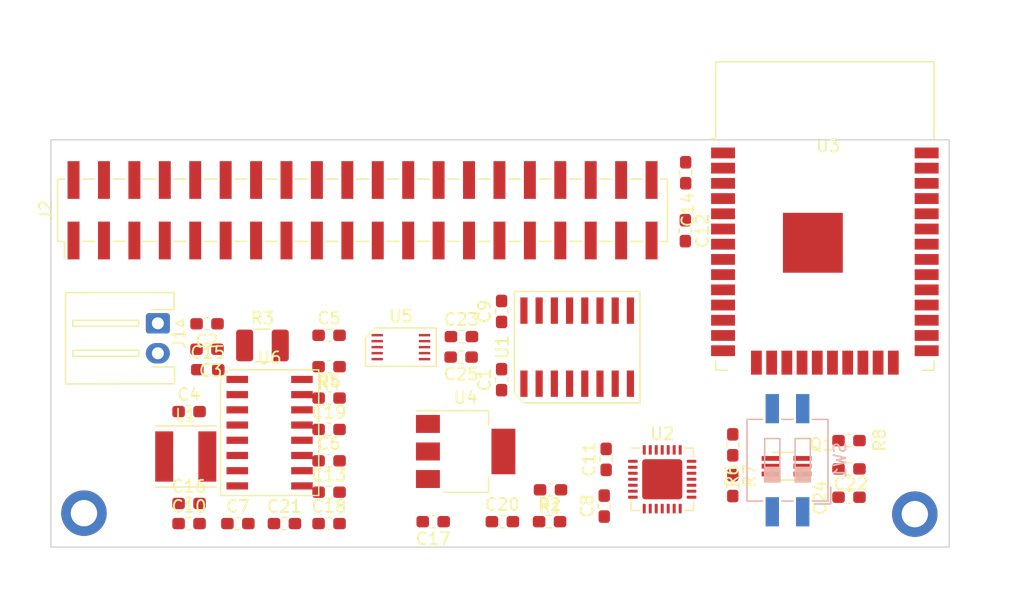
<source format=kicad_pcb>
(kicad_pcb (version 20171130) (host pcbnew "(5.1.8-0-10_14)")

  (general
    (thickness 1.6)
    (drawings 4)
    (tracks 0)
    (zones 0)
    (modules 46)
    (nets 79)
  )

  (page A4)
  (layers
    (0 F.Cu signal)
    (31 B.Cu signal)
    (32 B.Adhes user)
    (33 F.Adhes user)
    (34 B.Paste user)
    (35 F.Paste user)
    (36 B.SilkS user)
    (37 F.SilkS user)
    (38 B.Mask user)
    (39 F.Mask user)
    (40 Dwgs.User user)
    (41 Cmts.User user)
    (42 Eco1.User user)
    (43 Eco2.User user)
    (44 Edge.Cuts user)
    (45 Margin user)
    (46 B.CrtYd user)
    (47 F.CrtYd user)
    (48 B.Fab user)
    (49 F.Fab user)
  )

  (setup
    (last_trace_width 0.25)
    (user_trace_width 1.524)
    (trace_clearance 0.2)
    (zone_clearance 0.508)
    (zone_45_only no)
    (trace_min 0.127)
    (via_size 0.8)
    (via_drill 0.4)
    (via_min_size 0.3)
    (via_min_drill 0.3)
    (uvia_size 0.3)
    (uvia_drill 0.1)
    (uvias_allowed no)
    (uvia_min_size 0.3)
    (uvia_min_drill 0.1)
    (edge_width 0.1)
    (segment_width 0.2)
    (pcb_text_width 0.3)
    (pcb_text_size 1.5 1.5)
    (mod_edge_width 0.15)
    (mod_text_size 1 1)
    (mod_text_width 0.15)
    (pad_size 3.8 3.8)
    (pad_drill 2.2)
    (pad_to_mask_clearance 0)
    (aux_axis_origin 0 0)
    (visible_elements FFFFFF7F)
    (pcbplotparams
      (layerselection 0x010fc_ffffffff)
      (usegerberextensions false)
      (usegerberattributes false)
      (usegerberadvancedattributes false)
      (creategerberjobfile false)
      (excludeedgelayer true)
      (linewidth 0.100000)
      (plotframeref false)
      (viasonmask false)
      (mode 1)
      (useauxorigin false)
      (hpglpennumber 1)
      (hpglpenspeed 20)
      (hpglpendiameter 15.000000)
      (psnegative false)
      (psa4output false)
      (plotreference true)
      (plotvalue true)
      (plotinvisibletext false)
      (padsonsilk false)
      (subtractmaskfromsilk false)
      (outputformat 1)
      (mirror false)
      (drillshape 0)
      (scaleselection 1)
      (outputdirectory "fabrication/"))
  )

  (net 0 "")
  (net 1 GND)
  (net 2 VBUS)
  (net 3 VDD33)
  (net 4 +BATT)
  (net 5 VDD5V)
  (net 6 /LX)
  (net 7 /DTR)
  (net 8 /RTS)
  (net 9 /KRXD)
  (net 10 /KTXD)
  (net 11 /ACT)
  (net 12 /FTXD)
  (net 13 /FRXD)
  (net 14 /L1)
  (net 15 /L2)
  (net 16 /L3)
  (net 17 "Net-(Q1-Pad5)")
  (net 18 "Net-(Q1-Pad2)")
  (net 19 /EN)
  (net 20 /IO0)
  (net 21 /CAPS)
  (net 22 /SCLK)
  (net 23 /COL15)
  (net 24 /COL14)
  (net 25 /COL13)
  (net 26 /COL12)
  (net 27 /COL11)
  (net 28 /COL10)
  (net 29 /COL9)
  (net 30 /COL8)
  (net 31 /COL7)
  (net 32 /COL6)
  (net 33 /COL5)
  (net 34 /COL4)
  (net 35 /COL3)
  (net 36 /COL2)
  (net 37 /COL1)
  (net 38 /ROW6)
  (net 39 /ROW5)
  (net 40 /ROW4)
  (net 41 /ROW3)
  (net 42 /ROW2)
  (net 43 /ROW1)
  (net 44 "Net-(C13-Pad2)")
  (net 45 "Net-(R1-Pad2)")
  (net 46 "Net-(C1-Pad2)")
  (net 47 "Net-(C16-Pad2)")
  (net 48 "Net-(C5-Pad1)")
  (net 49 "Net-(C4-Pad1)")
  (net 50 /USBD+)
  (net 51 /USBD-)
  (net 52 /KD-)
  (net 53 /KD+)
  (net 54 /FD-)
  (net 55 /FD+)
  (net 56 "Net-(U1-Pad9)")
  (net 57 "Net-(U1-Pad10)")
  (net 58 "Net-(U1-Pad4)")
  (net 59 "Net-(U1-Pad1)")
  (net 60 "Net-(U2-Pad27)")
  (net 61 "Net-(U2-Pad23)")
  (net 62 "Net-(U2-Pad22)")
  (net 63 "Net-(U2-Pad21)")
  (net 64 "Net-(U2-Pad20)")
  (net 65 "Net-(U2-Pad19)")
  (net 66 "Net-(U2-Pad18)")
  (net 67 "Net-(U2-Pad17)")
  (net 68 "Net-(U2-Pad16)")
  (net 69 "Net-(U2-Pad15)")
  (net 70 "Net-(U2-Pad14)")
  (net 71 "Net-(U2-Pad13)")
  (net 72 "Net-(U2-Pad12)")
  (net 73 "Net-(U2-Pad11)")
  (net 74 "Net-(U2-Pad10)")
  (net 75 "Net-(U2-Pad9)")
  (net 76 "Net-(U2-Pad2)")
  (net 77 "Net-(U2-Pad1)")
  (net 78 "Net-(U3-Pad32)")

  (net_class Default "This is the default net class."
    (clearance 0.2)
    (trace_width 0.25)
    (via_dia 0.8)
    (via_drill 0.4)
    (uvia_dia 0.3)
    (uvia_drill 0.1)
    (diff_pair_width 0.25)
    (diff_pair_gap 0.25)
    (add_net +BATT)
    (add_net /ACT)
    (add_net /CAPS)
    (add_net /COL1)
    (add_net /COL10)
    (add_net /COL11)
    (add_net /COL12)
    (add_net /COL13)
    (add_net /COL14)
    (add_net /COL15)
    (add_net /COL2)
    (add_net /COL3)
    (add_net /COL4)
    (add_net /COL5)
    (add_net /COL6)
    (add_net /COL7)
    (add_net /COL8)
    (add_net /COL9)
    (add_net /DTR)
    (add_net /EN)
    (add_net /FD+)
    (add_net /FD-)
    (add_net /FRXD)
    (add_net /FTXD)
    (add_net /IO0)
    (add_net /KD+)
    (add_net /KD-)
    (add_net /KRXD)
    (add_net /KTXD)
    (add_net /L1)
    (add_net /L2)
    (add_net /L3)
    (add_net /LX)
    (add_net /ROW1)
    (add_net /ROW2)
    (add_net /ROW3)
    (add_net /ROW4)
    (add_net /ROW5)
    (add_net /ROW6)
    (add_net /RTS)
    (add_net /SCLK)
    (add_net /USBD+)
    (add_net /USBD-)
    (add_net GND)
    (add_net "Net-(C1-Pad2)")
    (add_net "Net-(C13-Pad2)")
    (add_net "Net-(C16-Pad2)")
    (add_net "Net-(C4-Pad1)")
    (add_net "Net-(C5-Pad1)")
    (add_net "Net-(Q1-Pad2)")
    (add_net "Net-(Q1-Pad5)")
    (add_net "Net-(R1-Pad2)")
    (add_net "Net-(U1-Pad1)")
    (add_net "Net-(U1-Pad10)")
    (add_net "Net-(U1-Pad4)")
    (add_net "Net-(U1-Pad9)")
    (add_net "Net-(U2-Pad1)")
    (add_net "Net-(U2-Pad10)")
    (add_net "Net-(U2-Pad11)")
    (add_net "Net-(U2-Pad12)")
    (add_net "Net-(U2-Pad13)")
    (add_net "Net-(U2-Pad14)")
    (add_net "Net-(U2-Pad15)")
    (add_net "Net-(U2-Pad16)")
    (add_net "Net-(U2-Pad17)")
    (add_net "Net-(U2-Pad18)")
    (add_net "Net-(U2-Pad19)")
    (add_net "Net-(U2-Pad2)")
    (add_net "Net-(U2-Pad20)")
    (add_net "Net-(U2-Pad21)")
    (add_net "Net-(U2-Pad22)")
    (add_net "Net-(U2-Pad23)")
    (add_net "Net-(U2-Pad27)")
    (add_net "Net-(U2-Pad9)")
    (add_net "Net-(U3-Pad32)")
    (add_net VBUS)
    (add_net VDD33)
    (add_net VDD5V)
  )

  (module keyboard:IP5108 (layer F.Cu) (tedit 0) (tstamp 5FC53E0A)
    (at 48.26 44.45 270)
    (path /5FCABD8B)
    (attr smd)
    (fp_text reference U6 (at -6.245 0) (layer F.SilkS)
      (effects (font (size 1 1) (thickness 0.15)))
    )
    (fp_text value IP5108 (at 0 0 90) (layer F.Fab)
      (effects (font (size 1 1) (thickness 0.15)))
    )
    (fp_line (start -4.445 4.1) (end -5.245 3.3) (layer F.SilkS) (width 0.12))
    (fp_line (start -5.245 3.3) (end -5.245 -4.1) (layer F.SilkS) (width 0.12))
    (fp_line (start -5.245 -4.1) (end 5.245 -4.1) (layer F.SilkS) (width 0.12))
    (fp_line (start 5.245 -4.1) (end 5.245 4.1) (layer F.SilkS) (width 0.12))
    (fp_line (start 5.245 4.1) (end -4.445 4.1) (layer F.SilkS) (width 0.12))
    (fp_line (start -5 -3.85) (end 5 -3.85) (layer F.CrtYd) (width 0.05))
    (fp_line (start 5 -3.85) (end 5 3.85) (layer F.CrtYd) (width 0.05))
    (fp_line (start 5 3.85) (end -5 3.85) (layer F.CrtYd) (width 0.05))
    (fp_line (start -5 3.85) (end -5 -3.85) (layer F.CrtYd) (width 0.05))
    (pad 8 smd rect (at 4.445 2.7 270) (size 0.6 1.8) (layers F.Cu F.Paste F.Mask)
      (net 1 GND))
    (pad 9 smd rect (at 4.445 -2.7 270) (size 0.6 1.8) (layers F.Cu F.Paste F.Mask)
      (net 14 /L1))
    (pad 7 smd rect (at 3.175 2.7 270) (size 0.6 1.8) (layers F.Cu F.Paste F.Mask)
      (net 2 VBUS))
    (pad 10 smd rect (at 3.175 -2.7 270) (size 0.6 1.8) (layers F.Cu F.Paste F.Mask)
      (net 15 /L2))
    (pad 6 smd rect (at 1.905 2.7 270) (size 0.6 1.8) (layers F.Cu F.Paste F.Mask)
      (net 5 VDD5V))
    (pad 11 smd rect (at 1.905 -2.7 270) (size 0.6 1.8) (layers F.Cu F.Paste F.Mask)
      (net 16 /L3))
    (pad 5 smd rect (at 0.635 2.7 270) (size 0.6 1.8) (layers F.Cu F.Paste F.Mask)
      (net 5 VDD5V))
    (pad 12 smd rect (at 0.635 -2.7 270) (size 0.6 1.8) (layers F.Cu F.Paste F.Mask)
      (net 44 "Net-(C13-Pad2)"))
    (pad 4 smd rect (at -0.635 2.7 270) (size 0.6 1.8) (layers F.Cu F.Paste F.Mask)
      (net 6 /LX))
    (pad 13 smd rect (at -0.635 -2.7 270) (size 0.6 1.8) (layers F.Cu F.Paste F.Mask)
      (net 44 "Net-(C13-Pad2)"))
    (pad 3 smd rect (at -1.905 2.7 270) (size 0.6 1.8) (layers F.Cu F.Paste F.Mask)
      (net 6 /LX))
    (pad 14 smd rect (at -1.905 -2.7 270) (size 0.6 1.8) (layers F.Cu F.Paste F.Mask)
      (net 1 GND))
    (pad 2 smd rect (at -3.175 2.7 270) (size 0.6 1.8) (layers F.Cu F.Paste F.Mask)
      (net 1 GND))
    (pad 15 smd rect (at -3.175 -2.7 270) (size 0.6 1.8) (layers F.Cu F.Paste F.Mask)
      (net 1 GND))
    (pad 1 smd rect (at -4.445 2.7 270) (size 0.6 1.8) (layers F.Cu F.Paste F.Mask)
      (net 49 "Net-(C4-Pad1)"))
    (pad 16 smd rect (at -4.445 -2.7 270) (size 0.6 1.8) (layers F.Cu F.Paste F.Mask)
      (net 4 +BATT))
  )

  (module keyboard:JST_XH_S2B-XH-A-1_1x02_P2.50mm_Horizontal (layer F.Cu) (tedit 5F683E6F) (tstamp 5F451D01)
    (at 38.93 35.32 270)
    (descr "JST XH series connector, S2B-XH-A-1 (http://www.jst-mfg.com/product/pdf/eng/eXH.pdf), generated with kicad-footprint-generator")
    (tags "connector JST XH horizontal")
    (path /5F473394)
    (fp_text reference J1 (at 1.28 -1.76 270) (layer F.SilkS)
      (effects (font (size 1 1) (thickness 0.15)))
    )
    (fp_text value Conn_01x02_Female (at 1.25 8.8 270) (layer F.Fab)
      (effects (font (size 1 1) (thickness 0.15)))
    )
    (fp_line (start 0 -0.4) (end 0.625 0.6) (layer F.Fab) (width 0.1))
    (fp_line (start -0.625 0.6) (end 0 -0.4) (layer F.Fab) (width 0.1))
    (fp_line (start 0.3 -2.1) (end 0 -1.5) (layer F.SilkS) (width 0.12))
    (fp_line (start -0.3 -2.1) (end 0.3 -2.1) (layer F.SilkS) (width 0.12))
    (fp_line (start 0 -1.5) (end -0.3 -2.1) (layer F.SilkS) (width 0.12))
    (fp_line (start 2.75 1.6) (end 2.25 1.6) (layer F.SilkS) (width 0.12))
    (fp_line (start 2.75 7.1) (end 2.75 1.6) (layer F.SilkS) (width 0.12))
    (fp_line (start 2.25 7.1) (end 2.75 7.1) (layer F.SilkS) (width 0.12))
    (fp_line (start 2.25 1.6) (end 2.25 7.1) (layer F.SilkS) (width 0.12))
    (fp_line (start 0.25 1.6) (end -0.25 1.6) (layer F.SilkS) (width 0.12))
    (fp_line (start 0.25 7.1) (end 0.25 1.6) (layer F.SilkS) (width 0.12))
    (fp_line (start -0.25 7.1) (end 0.25 7.1) (layer F.SilkS) (width 0.12))
    (fp_line (start -0.25 1.6) (end -0.25 7.1) (layer F.SilkS) (width 0.12))
    (fp_line (start 3.75 0.6) (end 1.25 0.6) (layer F.Fab) (width 0.1))
    (fp_line (start 3.75 -1.24) (end 3.75 0.6) (layer F.Fab) (width 0.1))
    (fp_line (start 4.95 -1.31) (end 3.75 -1.31) (layer F.Fab) (width 0.1))
    (fp_line (start 4.95 7.6) (end 4.93 -1.29) (layer F.Fab) (width 0.1))
    (fp_line (start 1.25 7.6) (end 4.95 7.6) (layer F.Fab) (width 0.1))
    (fp_line (start -1.25 0.6) (end 1.25 0.6) (layer F.Fab) (width 0.1))
    (fp_line (start -1.25 -1.16) (end -1.25 0.6) (layer F.Fab) (width 0.1))
    (fp_line (start -2.49 -1.29) (end -1.29 -1.29) (layer F.Fab) (width 0.1))
    (fp_line (start -2.45 7.6) (end -2.47 -1.2) (layer F.Fab) (width 0.1))
    (fp_line (start 1.25 7.6) (end -2.45 7.6) (layer F.Fab) (width 0.1))
    (fp_line (start 3.65 -1.41) (end 3.64 0.49) (layer F.SilkS) (width 0.12))
    (fp_line (start 5.05 -1.39) (end 3.63 -1.39) (layer F.SilkS) (width 0.12))
    (fp_line (start 5.06 7.71) (end 5.05 -1.39) (layer F.SilkS) (width 0.12))
    (fp_line (start 1.25 7.71) (end 5.06 7.71) (layer F.SilkS) (width 0.12))
    (fp_line (start -1.15 -1.35) (end -1.14 0.49) (layer F.SilkS) (width 0.12))
    (fp_line (start -2.61 -1.35) (end -1.19 -1.35) (layer F.SilkS) (width 0.12))
    (fp_line (start -2.56 7.71) (end -2.57 -1.41) (layer F.SilkS) (width 0.12))
    (fp_line (start 1.25 7.71) (end -2.56 7.71) (layer F.SilkS) (width 0.12))
    (fp_line (start 5.45 -1.57) (end -2.96 -1.57) (layer F.CrtYd) (width 0.05))
    (fp_line (start 5.45 8.1) (end 5.45 -1.57) (layer F.CrtYd) (width 0.05))
    (fp_line (start -2.95 8.1) (end 5.45 8.1) (layer F.CrtYd) (width 0.05))
    (fp_line (start -2.96 -1.57) (end -2.95 8.1) (layer F.CrtYd) (width 0.05))
    (fp_text user %R (at 1.25 1.85 270) (layer F.Fab)
      (effects (font (size 1 1) (thickness 0.15)))
    )
    (pad 1 thru_hole roundrect (at 0 0 270) (size 1.7 2) (drill 1) (layers *.Cu *.Mask) (roundrect_rratio 0.147059)
      (net 1 GND))
    (pad 2 thru_hole oval (at 2.5 0 270) (size 1.7 2) (drill 1) (layers *.Cu *.Mask)
      (net 4 +BATT))
    (model ${KISYS3DMOD}/Connector_JST.3dshapes/JST_XH_S2B-XH-A-1_1x02_P2.50mm_Horizontal.wrl
      (at (xyz 0 0 0))
      (scale (xyz 1 1 1))
      (rotate (xyz 0 0 0))
    )
  )

  (module Connector_PinHeader_2.54mm:PinHeader_2x20_P2.54mm_Vertical_SMD (layer F.Cu) (tedit 59FED5CC) (tstamp 5F473A75)
    (at 56.02 25.88 90)
    (descr "surface-mounted straight pin header, 2x20, 2.54mm pitch, double rows")
    (tags "Surface mounted pin header SMD 2x20 2.54mm double row")
    (path /5F447E72)
    (attr smd)
    (fp_text reference J2 (at 0 -26.46 90) (layer F.SilkS)
      (effects (font (size 1 1) (thickness 0.15)))
    )
    (fp_text value Conn_02x20_Odd_Even (at 0 26.46 90) (layer F.Fab)
      (effects (font (size 1 1) (thickness 0.15)))
    )
    (fp_line (start 2.54 25.4) (end -2.54 25.4) (layer F.Fab) (width 0.1))
    (fp_line (start -1.59 -25.4) (end 2.54 -25.4) (layer F.Fab) (width 0.1))
    (fp_line (start -2.54 25.4) (end -2.54 -24.45) (layer F.Fab) (width 0.1))
    (fp_line (start -2.54 -24.45) (end -1.59 -25.4) (layer F.Fab) (width 0.1))
    (fp_line (start 2.54 -25.4) (end 2.54 25.4) (layer F.Fab) (width 0.1))
    (fp_line (start -2.54 -24.45) (end -3.6 -24.45) (layer F.Fab) (width 0.1))
    (fp_line (start -3.6 -24.45) (end -3.6 -23.81) (layer F.Fab) (width 0.1))
    (fp_line (start -3.6 -23.81) (end -2.54 -23.81) (layer F.Fab) (width 0.1))
    (fp_line (start 2.54 -24.45) (end 3.6 -24.45) (layer F.Fab) (width 0.1))
    (fp_line (start 3.6 -24.45) (end 3.6 -23.81) (layer F.Fab) (width 0.1))
    (fp_line (start 3.6 -23.81) (end 2.54 -23.81) (layer F.Fab) (width 0.1))
    (fp_line (start -2.54 -21.91) (end -3.6 -21.91) (layer F.Fab) (width 0.1))
    (fp_line (start -3.6 -21.91) (end -3.6 -21.27) (layer F.Fab) (width 0.1))
    (fp_line (start -3.6 -21.27) (end -2.54 -21.27) (layer F.Fab) (width 0.1))
    (fp_line (start 2.54 -21.91) (end 3.6 -21.91) (layer F.Fab) (width 0.1))
    (fp_line (start 3.6 -21.91) (end 3.6 -21.27) (layer F.Fab) (width 0.1))
    (fp_line (start 3.6 -21.27) (end 2.54 -21.27) (layer F.Fab) (width 0.1))
    (fp_line (start -2.54 -19.37) (end -3.6 -19.37) (layer F.Fab) (width 0.1))
    (fp_line (start -3.6 -19.37) (end -3.6 -18.73) (layer F.Fab) (width 0.1))
    (fp_line (start -3.6 -18.73) (end -2.54 -18.73) (layer F.Fab) (width 0.1))
    (fp_line (start 2.54 -19.37) (end 3.6 -19.37) (layer F.Fab) (width 0.1))
    (fp_line (start 3.6 -19.37) (end 3.6 -18.73) (layer F.Fab) (width 0.1))
    (fp_line (start 3.6 -18.73) (end 2.54 -18.73) (layer F.Fab) (width 0.1))
    (fp_line (start -2.54 -16.83) (end -3.6 -16.83) (layer F.Fab) (width 0.1))
    (fp_line (start -3.6 -16.83) (end -3.6 -16.19) (layer F.Fab) (width 0.1))
    (fp_line (start -3.6 -16.19) (end -2.54 -16.19) (layer F.Fab) (width 0.1))
    (fp_line (start 2.54 -16.83) (end 3.6 -16.83) (layer F.Fab) (width 0.1))
    (fp_line (start 3.6 -16.83) (end 3.6 -16.19) (layer F.Fab) (width 0.1))
    (fp_line (start 3.6 -16.19) (end 2.54 -16.19) (layer F.Fab) (width 0.1))
    (fp_line (start -2.54 -14.29) (end -3.6 -14.29) (layer F.Fab) (width 0.1))
    (fp_line (start -3.6 -14.29) (end -3.6 -13.65) (layer F.Fab) (width 0.1))
    (fp_line (start -3.6 -13.65) (end -2.54 -13.65) (layer F.Fab) (width 0.1))
    (fp_line (start 2.54 -14.29) (end 3.6 -14.29) (layer F.Fab) (width 0.1))
    (fp_line (start 3.6 -14.29) (end 3.6 -13.65) (layer F.Fab) (width 0.1))
    (fp_line (start 3.6 -13.65) (end 2.54 -13.65) (layer F.Fab) (width 0.1))
    (fp_line (start -2.54 -11.75) (end -3.6 -11.75) (layer F.Fab) (width 0.1))
    (fp_line (start -3.6 -11.75) (end -3.6 -11.11) (layer F.Fab) (width 0.1))
    (fp_line (start -3.6 -11.11) (end -2.54 -11.11) (layer F.Fab) (width 0.1))
    (fp_line (start 2.54 -11.75) (end 3.6 -11.75) (layer F.Fab) (width 0.1))
    (fp_line (start 3.6 -11.75) (end 3.6 -11.11) (layer F.Fab) (width 0.1))
    (fp_line (start 3.6 -11.11) (end 2.54 -11.11) (layer F.Fab) (width 0.1))
    (fp_line (start -2.54 -9.21) (end -3.6 -9.21) (layer F.Fab) (width 0.1))
    (fp_line (start -3.6 -9.21) (end -3.6 -8.57) (layer F.Fab) (width 0.1))
    (fp_line (start -3.6 -8.57) (end -2.54 -8.57) (layer F.Fab) (width 0.1))
    (fp_line (start 2.54 -9.21) (end 3.6 -9.21) (layer F.Fab) (width 0.1))
    (fp_line (start 3.6 -9.21) (end 3.6 -8.57) (layer F.Fab) (width 0.1))
    (fp_line (start 3.6 -8.57) (end 2.54 -8.57) (layer F.Fab) (width 0.1))
    (fp_line (start -2.54 -6.67) (end -3.6 -6.67) (layer F.Fab) (width 0.1))
    (fp_line (start -3.6 -6.67) (end -3.6 -6.03) (layer F.Fab) (width 0.1))
    (fp_line (start -3.6 -6.03) (end -2.54 -6.03) (layer F.Fab) (width 0.1))
    (fp_line (start 2.54 -6.67) (end 3.6 -6.67) (layer F.Fab) (width 0.1))
    (fp_line (start 3.6 -6.67) (end 3.6 -6.03) (layer F.Fab) (width 0.1))
    (fp_line (start 3.6 -6.03) (end 2.54 -6.03) (layer F.Fab) (width 0.1))
    (fp_line (start -2.54 -4.13) (end -3.6 -4.13) (layer F.Fab) (width 0.1))
    (fp_line (start -3.6 -4.13) (end -3.6 -3.49) (layer F.Fab) (width 0.1))
    (fp_line (start -3.6 -3.49) (end -2.54 -3.49) (layer F.Fab) (width 0.1))
    (fp_line (start 2.54 -4.13) (end 3.6 -4.13) (layer F.Fab) (width 0.1))
    (fp_line (start 3.6 -4.13) (end 3.6 -3.49) (layer F.Fab) (width 0.1))
    (fp_line (start 3.6 -3.49) (end 2.54 -3.49) (layer F.Fab) (width 0.1))
    (fp_line (start -2.54 -1.59) (end -3.6 -1.59) (layer F.Fab) (width 0.1))
    (fp_line (start -3.6 -1.59) (end -3.6 -0.95) (layer F.Fab) (width 0.1))
    (fp_line (start -3.6 -0.95) (end -2.54 -0.95) (layer F.Fab) (width 0.1))
    (fp_line (start 2.54 -1.59) (end 3.6 -1.59) (layer F.Fab) (width 0.1))
    (fp_line (start 3.6 -1.59) (end 3.6 -0.95) (layer F.Fab) (width 0.1))
    (fp_line (start 3.6 -0.95) (end 2.54 -0.95) (layer F.Fab) (width 0.1))
    (fp_line (start -2.54 0.95) (end -3.6 0.95) (layer F.Fab) (width 0.1))
    (fp_line (start -3.6 0.95) (end -3.6 1.59) (layer F.Fab) (width 0.1))
    (fp_line (start -3.6 1.59) (end -2.54 1.59) (layer F.Fab) (width 0.1))
    (fp_line (start 2.54 0.95) (end 3.6 0.95) (layer F.Fab) (width 0.1))
    (fp_line (start 3.6 0.95) (end 3.6 1.59) (layer F.Fab) (width 0.1))
    (fp_line (start 3.6 1.59) (end 2.54 1.59) (layer F.Fab) (width 0.1))
    (fp_line (start -2.54 3.49) (end -3.6 3.49) (layer F.Fab) (width 0.1))
    (fp_line (start -3.6 3.49) (end -3.6 4.13) (layer F.Fab) (width 0.1))
    (fp_line (start -3.6 4.13) (end -2.54 4.13) (layer F.Fab) (width 0.1))
    (fp_line (start 2.54 3.49) (end 3.6 3.49) (layer F.Fab) (width 0.1))
    (fp_line (start 3.6 3.49) (end 3.6 4.13) (layer F.Fab) (width 0.1))
    (fp_line (start 3.6 4.13) (end 2.54 4.13) (layer F.Fab) (width 0.1))
    (fp_line (start -2.54 6.03) (end -3.6 6.03) (layer F.Fab) (width 0.1))
    (fp_line (start -3.6 6.03) (end -3.6 6.67) (layer F.Fab) (width 0.1))
    (fp_line (start -3.6 6.67) (end -2.54 6.67) (layer F.Fab) (width 0.1))
    (fp_line (start 2.54 6.03) (end 3.6 6.03) (layer F.Fab) (width 0.1))
    (fp_line (start 3.6 6.03) (end 3.6 6.67) (layer F.Fab) (width 0.1))
    (fp_line (start 3.6 6.67) (end 2.54 6.67) (layer F.Fab) (width 0.1))
    (fp_line (start -2.54 8.57) (end -3.6 8.57) (layer F.Fab) (width 0.1))
    (fp_line (start -3.6 8.57) (end -3.6 9.21) (layer F.Fab) (width 0.1))
    (fp_line (start -3.6 9.21) (end -2.54 9.21) (layer F.Fab) (width 0.1))
    (fp_line (start 2.54 8.57) (end 3.6 8.57) (layer F.Fab) (width 0.1))
    (fp_line (start 3.6 8.57) (end 3.6 9.21) (layer F.Fab) (width 0.1))
    (fp_line (start 3.6 9.21) (end 2.54 9.21) (layer F.Fab) (width 0.1))
    (fp_line (start -2.54 11.11) (end -3.6 11.11) (layer F.Fab) (width 0.1))
    (fp_line (start -3.6 11.11) (end -3.6 11.75) (layer F.Fab) (width 0.1))
    (fp_line (start -3.6 11.75) (end -2.54 11.75) (layer F.Fab) (width 0.1))
    (fp_line (start 2.54 11.11) (end 3.6 11.11) (layer F.Fab) (width 0.1))
    (fp_line (start 3.6 11.11) (end 3.6 11.75) (layer F.Fab) (width 0.1))
    (fp_line (start 3.6 11.75) (end 2.54 11.75) (layer F.Fab) (width 0.1))
    (fp_line (start -2.54 13.65) (end -3.6 13.65) (layer F.Fab) (width 0.1))
    (fp_line (start -3.6 13.65) (end -3.6 14.29) (layer F.Fab) (width 0.1))
    (fp_line (start -3.6 14.29) (end -2.54 14.29) (layer F.Fab) (width 0.1))
    (fp_line (start 2.54 13.65) (end 3.6 13.65) (layer F.Fab) (width 0.1))
    (fp_line (start 3.6 13.65) (end 3.6 14.29) (layer F.Fab) (width 0.1))
    (fp_line (start 3.6 14.29) (end 2.54 14.29) (layer F.Fab) (width 0.1))
    (fp_line (start -2.54 16.19) (end -3.6 16.19) (layer F.Fab) (width 0.1))
    (fp_line (start -3.6 16.19) (end -3.6 16.83) (layer F.Fab) (width 0.1))
    (fp_line (start -3.6 16.83) (end -2.54 16.83) (layer F.Fab) (width 0.1))
    (fp_line (start 2.54 16.19) (end 3.6 16.19) (layer F.Fab) (width 0.1))
    (fp_line (start 3.6 16.19) (end 3.6 16.83) (layer F.Fab) (width 0.1))
    (fp_line (start 3.6 16.83) (end 2.54 16.83) (layer F.Fab) (width 0.1))
    (fp_line (start -2.54 18.73) (end -3.6 18.73) (layer F.Fab) (width 0.1))
    (fp_line (start -3.6 18.73) (end -3.6 19.37) (layer F.Fab) (width 0.1))
    (fp_line (start -3.6 19.37) (end -2.54 19.37) (layer F.Fab) (width 0.1))
    (fp_line (start 2.54 18.73) (end 3.6 18.73) (layer F.Fab) (width 0.1))
    (fp_line (start 3.6 18.73) (end 3.6 19.37) (layer F.Fab) (width 0.1))
    (fp_line (start 3.6 19.37) (end 2.54 19.37) (layer F.Fab) (width 0.1))
    (fp_line (start -2.54 21.27) (end -3.6 21.27) (layer F.Fab) (width 0.1))
    (fp_line (start -3.6 21.27) (end -3.6 21.91) (layer F.Fab) (width 0.1))
    (fp_line (start -3.6 21.91) (end -2.54 21.91) (layer F.Fab) (width 0.1))
    (fp_line (start 2.54 21.27) (end 3.6 21.27) (layer F.Fab) (width 0.1))
    (fp_line (start 3.6 21.27) (end 3.6 21.91) (layer F.Fab) (width 0.1))
    (fp_line (start 3.6 21.91) (end 2.54 21.91) (layer F.Fab) (width 0.1))
    (fp_line (start -2.54 23.81) (end -3.6 23.81) (layer F.Fab) (width 0.1))
    (fp_line (start -3.6 23.81) (end -3.6 24.45) (layer F.Fab) (width 0.1))
    (fp_line (start -3.6 24.45) (end -2.54 24.45) (layer F.Fab) (width 0.1))
    (fp_line (start 2.54 23.81) (end 3.6 23.81) (layer F.Fab) (width 0.1))
    (fp_line (start 3.6 23.81) (end 3.6 24.45) (layer F.Fab) (width 0.1))
    (fp_line (start 3.6 24.45) (end 2.54 24.45) (layer F.Fab) (width 0.1))
    (fp_line (start -2.6 -25.46) (end 2.6 -25.46) (layer F.SilkS) (width 0.12))
    (fp_line (start -2.6 25.46) (end 2.6 25.46) (layer F.SilkS) (width 0.12))
    (fp_line (start -4.04 -24.89) (end -2.6 -24.89) (layer F.SilkS) (width 0.12))
    (fp_line (start -2.6 -25.46) (end -2.6 -24.89) (layer F.SilkS) (width 0.12))
    (fp_line (start 2.6 -25.46) (end 2.6 -24.89) (layer F.SilkS) (width 0.12))
    (fp_line (start -2.6 24.89) (end -2.6 25.46) (layer F.SilkS) (width 0.12))
    (fp_line (start 2.6 24.89) (end 2.6 25.46) (layer F.SilkS) (width 0.12))
    (fp_line (start -2.6 -23.37) (end -2.6 -22.35) (layer F.SilkS) (width 0.12))
    (fp_line (start 2.6 -23.37) (end 2.6 -22.35) (layer F.SilkS) (width 0.12))
    (fp_line (start -2.6 -20.83) (end -2.6 -19.81) (layer F.SilkS) (width 0.12))
    (fp_line (start 2.6 -20.83) (end 2.6 -19.81) (layer F.SilkS) (width 0.12))
    (fp_line (start -2.6 -18.29) (end -2.6 -17.27) (layer F.SilkS) (width 0.12))
    (fp_line (start 2.6 -18.29) (end 2.6 -17.27) (layer F.SilkS) (width 0.12))
    (fp_line (start -2.6 -15.75) (end -2.6 -14.73) (layer F.SilkS) (width 0.12))
    (fp_line (start 2.6 -15.75) (end 2.6 -14.73) (layer F.SilkS) (width 0.12))
    (fp_line (start -2.6 -13.21) (end -2.6 -12.19) (layer F.SilkS) (width 0.12))
    (fp_line (start 2.6 -13.21) (end 2.6 -12.19) (layer F.SilkS) (width 0.12))
    (fp_line (start -2.6 -10.67) (end -2.6 -9.65) (layer F.SilkS) (width 0.12))
    (fp_line (start 2.6 -10.67) (end 2.6 -9.65) (layer F.SilkS) (width 0.12))
    (fp_line (start -2.6 -8.13) (end -2.6 -7.11) (layer F.SilkS) (width 0.12))
    (fp_line (start 2.6 -8.13) (end 2.6 -7.11) (layer F.SilkS) (width 0.12))
    (fp_line (start -2.6 -5.59) (end -2.6 -4.57) (layer F.SilkS) (width 0.12))
    (fp_line (start 2.6 -5.59) (end 2.6 -4.57) (layer F.SilkS) (width 0.12))
    (fp_line (start -2.6 -3.05) (end -2.6 -2.03) (layer F.SilkS) (width 0.12))
    (fp_line (start 2.6 -3.05) (end 2.6 -2.03) (layer F.SilkS) (width 0.12))
    (fp_line (start -2.6 -0.51) (end -2.6 0.51) (layer F.SilkS) (width 0.12))
    (fp_line (start 2.6 -0.51) (end 2.6 0.51) (layer F.SilkS) (width 0.12))
    (fp_line (start -2.6 2.03) (end -2.6 3.05) (layer F.SilkS) (width 0.12))
    (fp_line (start 2.6 2.03) (end 2.6 3.05) (layer F.SilkS) (width 0.12))
    (fp_line (start -2.6 4.57) (end -2.6 5.59) (layer F.SilkS) (width 0.12))
    (fp_line (start 2.6 4.57) (end 2.6 5.59) (layer F.SilkS) (width 0.12))
    (fp_line (start -2.6 7.11) (end -2.6 8.13) (layer F.SilkS) (width 0.12))
    (fp_line (start 2.6 7.11) (end 2.6 8.13) (layer F.SilkS) (width 0.12))
    (fp_line (start -2.6 9.65) (end -2.6 10.67) (layer F.SilkS) (width 0.12))
    (fp_line (start 2.6 9.65) (end 2.6 10.67) (layer F.SilkS) (width 0.12))
    (fp_line (start -2.6 12.19) (end -2.6 13.21) (layer F.SilkS) (width 0.12))
    (fp_line (start 2.6 12.19) (end 2.6 13.21) (layer F.SilkS) (width 0.12))
    (fp_line (start -2.6 14.73) (end -2.6 15.75) (layer F.SilkS) (width 0.12))
    (fp_line (start 2.6 14.73) (end 2.6 15.75) (layer F.SilkS) (width 0.12))
    (fp_line (start -2.6 17.27) (end -2.6 18.29) (layer F.SilkS) (width 0.12))
    (fp_line (start 2.6 17.27) (end 2.6 18.29) (layer F.SilkS) (width 0.12))
    (fp_line (start -2.6 19.81) (end -2.6 20.83) (layer F.SilkS) (width 0.12))
    (fp_line (start 2.6 19.81) (end 2.6 20.83) (layer F.SilkS) (width 0.12))
    (fp_line (start -2.6 22.35) (end -2.6 23.37) (layer F.SilkS) (width 0.12))
    (fp_line (start 2.6 22.35) (end 2.6 23.37) (layer F.SilkS) (width 0.12))
    (fp_line (start -5.9 -25.9) (end -5.9 25.9) (layer F.CrtYd) (width 0.05))
    (fp_line (start -5.9 25.9) (end 5.9 25.9) (layer F.CrtYd) (width 0.05))
    (fp_line (start 5.9 25.9) (end 5.9 -25.9) (layer F.CrtYd) (width 0.05))
    (fp_line (start 5.9 -25.9) (end -5.9 -25.9) (layer F.CrtYd) (width 0.05))
    (fp_text user %R (at 0 0) (layer F.Fab)
      (effects (font (size 1 1) (thickness 0.15)))
    )
    (pad 40 smd rect (at 2.525 24.13 90) (size 3.15 1) (layers F.Cu F.Paste F.Mask)
      (net 23 /COL15))
    (pad 39 smd rect (at -2.525 24.13 90) (size 3.15 1) (layers F.Cu F.Paste F.Mask)
      (net 24 /COL14))
    (pad 38 smd rect (at 2.525 21.59 90) (size 3.15 1) (layers F.Cu F.Paste F.Mask)
      (net 21 /CAPS))
    (pad 37 smd rect (at -2.525 21.59 90) (size 3.15 1) (layers F.Cu F.Paste F.Mask)
      (net 25 /COL13))
    (pad 36 smd rect (at 2.525 19.05 90) (size 3.15 1) (layers F.Cu F.Paste F.Mask)
      (net 22 /SCLK))
    (pad 35 smd rect (at -2.525 19.05 90) (size 3.15 1) (layers F.Cu F.Paste F.Mask)
      (net 26 /COL12))
    (pad 34 smd rect (at 2.525 16.51 90) (size 3.15 1) (layers F.Cu F.Paste F.Mask)
      (net 1 GND))
    (pad 33 smd rect (at -2.525 16.51 90) (size 3.15 1) (layers F.Cu F.Paste F.Mask)
      (net 27 /COL11))
    (pad 32 smd rect (at 2.525 13.97 90) (size 3.15 1) (layers F.Cu F.Paste F.Mask)
      (net 50 /USBD+))
    (pad 31 smd rect (at -2.525 13.97 90) (size 3.15 1) (layers F.Cu F.Paste F.Mask)
      (net 28 /COL10))
    (pad 30 smd rect (at 2.525 11.43 90) (size 3.15 1) (layers F.Cu F.Paste F.Mask)
      (net 51 /USBD-))
    (pad 29 smd rect (at -2.525 11.43 90) (size 3.15 1) (layers F.Cu F.Paste F.Mask)
      (net 29 /COL9))
    (pad 28 smd rect (at 2.525 8.89 90) (size 3.15 1) (layers F.Cu F.Paste F.Mask)
      (net 2 VBUS))
    (pad 27 smd rect (at -2.525 8.89 90) (size 3.15 1) (layers F.Cu F.Paste F.Mask)
      (net 30 /COL8))
    (pad 26 smd rect (at 2.525 6.35 90) (size 3.15 1) (layers F.Cu F.Paste F.Mask)
      (net 1 GND))
    (pad 25 smd rect (at -2.525 6.35 90) (size 3.15 1) (layers F.Cu F.Paste F.Mask)
      (net 31 /COL7))
    (pad 24 smd rect (at 2.525 3.81 90) (size 3.15 1) (layers F.Cu F.Paste F.Mask)
      (net 1 GND))
    (pad 23 smd rect (at -2.525 3.81 90) (size 3.15 1) (layers F.Cu F.Paste F.Mask)
      (net 32 /COL6))
    (pad 22 smd rect (at 2.525 1.27 90) (size 3.15 1) (layers F.Cu F.Paste F.Mask)
      (net 1 GND))
    (pad 21 smd rect (at -2.525 1.27 90) (size 3.15 1) (layers F.Cu F.Paste F.Mask)
      (net 33 /COL5))
    (pad 20 smd rect (at 2.525 -1.27 90) (size 3.15 1) (layers F.Cu F.Paste F.Mask)
      (net 1 GND))
    (pad 19 smd rect (at -2.525 -1.27 90) (size 3.15 1) (layers F.Cu F.Paste F.Mask)
      (net 34 /COL4))
    (pad 18 smd rect (at 2.525 -3.81 90) (size 3.15 1) (layers F.Cu F.Paste F.Mask)
      (net 1 GND))
    (pad 17 smd rect (at -2.525 -3.81 90) (size 3.15 1) (layers F.Cu F.Paste F.Mask)
      (net 35 /COL3))
    (pad 16 smd rect (at 2.525 -6.35 90) (size 3.15 1) (layers F.Cu F.Paste F.Mask)
      (net 1 GND))
    (pad 15 smd rect (at -2.525 -6.35 90) (size 3.15 1) (layers F.Cu F.Paste F.Mask)
      (net 36 /COL2))
    (pad 14 smd rect (at 2.525 -8.89 90) (size 3.15 1) (layers F.Cu F.Paste F.Mask)
      (net 1 GND))
    (pad 13 smd rect (at -2.525 -8.89 90) (size 3.15 1) (layers F.Cu F.Paste F.Mask)
      (net 37 /COL1))
    (pad 12 smd rect (at 2.525 -11.43 90) (size 3.15 1) (layers F.Cu F.Paste F.Mask)
      (net 1 GND))
    (pad 11 smd rect (at -2.525 -11.43 90) (size 3.15 1) (layers F.Cu F.Paste F.Mask)
      (net 38 /ROW6))
    (pad 10 smd rect (at 2.525 -13.97 90) (size 3.15 1) (layers F.Cu F.Paste F.Mask)
      (net 1 GND))
    (pad 9 smd rect (at -2.525 -13.97 90) (size 3.15 1) (layers F.Cu F.Paste F.Mask)
      (net 39 /ROW5))
    (pad 8 smd rect (at 2.525 -16.51 90) (size 3.15 1) (layers F.Cu F.Paste F.Mask)
      (net 3 VDD33))
    (pad 7 smd rect (at -2.525 -16.51 90) (size 3.15 1) (layers F.Cu F.Paste F.Mask)
      (net 40 /ROW4))
    (pad 6 smd rect (at 2.525 -19.05 90) (size 3.15 1) (layers F.Cu F.Paste F.Mask)
      (net 14 /L1))
    (pad 5 smd rect (at -2.525 -19.05 90) (size 3.15 1) (layers F.Cu F.Paste F.Mask)
      (net 41 /ROW3))
    (pad 4 smd rect (at 2.525 -21.59 90) (size 3.15 1) (layers F.Cu F.Paste F.Mask)
      (net 15 /L2))
    (pad 3 smd rect (at -2.525 -21.59 90) (size 3.15 1) (layers F.Cu F.Paste F.Mask)
      (net 42 /ROW2))
    (pad 2 smd rect (at 2.525 -24.13 90) (size 3.15 1) (layers F.Cu F.Paste F.Mask)
      (net 16 /L3))
    (pad 1 smd rect (at -2.525 -24.13 90) (size 3.15 1) (layers F.Cu F.Paste F.Mask)
      (net 43 /ROW1))
    (model ${KISYS3DMOD}/Connector_PinHeader_2.54mm.3dshapes/PinHeader_2x20_P2.54mm_Vertical_SMD.wrl
      (at (xyz 0 0 0))
      (scale (xyz 1 1 1))
      (rotate (xyz 0 0 0))
    )
  )

  (module keyboard:BL1530—DPDT (layer F.Cu) (tedit 0) (tstamp 5F3D3E57)
    (at 59.22 37.31 270)
    (path /5F40662A)
    (attr smd)
    (fp_text reference U5 (at -2.6 0) (layer F.SilkS)
      (effects (font (size 1 1) (thickness 0.15)))
    )
    (fp_text value BL1530-DPDT (at 0 0 90) (layer F.Fab)
      (effects (font (size 1 1) (thickness 0.15)))
    )
    (fp_line (start -0.8 2.95) (end -1.6 2.15) (layer F.SilkS) (width 0.12))
    (fp_line (start -1.6 2.15) (end -1.6 -2.95) (layer F.SilkS) (width 0.12))
    (fp_line (start -1.6 -2.95) (end 1.6 -2.95) (layer F.SilkS) (width 0.12))
    (fp_line (start 1.6 -2.95) (end 1.6 2.95) (layer F.SilkS) (width 0.12))
    (fp_line (start 1.6 2.95) (end -0.8 2.95) (layer F.SilkS) (width 0.12))
    (fp_line (start -1.35 -2.7) (end 1.35 -2.7) (layer F.CrtYd) (width 0.05))
    (fp_line (start 1.35 -2.7) (end 1.35 2.7) (layer F.CrtYd) (width 0.05))
    (fp_line (start 1.35 2.7) (end -1.35 2.7) (layer F.CrtYd) (width 0.05))
    (fp_line (start -1.35 2.7) (end -1.35 -2.7) (layer F.CrtYd) (width 0.05))
    (pad 5 smd rect (at 1 1.975 270) (size 0.2 0.95) (layers F.Cu F.Paste F.Mask)
      (net 1 GND))
    (pad 6 smd rect (at 1 -1.975 270) (size 0.2 0.95) (layers F.Cu F.Paste F.Mask)
      (net 3 VDD33))
    (pad 4 smd rect (at 0.5 1.975 270) (size 0.2 0.95) (layers F.Cu F.Paste F.Mask)
      (net 50 /USBD+))
    (pad 7 smd rect (at 0.5 -1.975 270) (size 0.2 0.95) (layers F.Cu F.Paste F.Mask)
      (net 1 GND))
    (pad 3 smd rect (at 0 1.975 270) (size 0.2 0.95) (layers F.Cu F.Paste F.Mask)
      (net 53 /KD+))
    (pad 8 smd rect (at 0 -1.975 270) (size 0.2 0.95) (layers F.Cu F.Paste F.Mask)
      (net 54 /FD-))
    (pad 2 smd rect (at -0.5 1.975 270) (size 0.2 0.95) (layers F.Cu F.Paste F.Mask)
      (net 55 /FD+))
    (pad 9 smd rect (at -0.5 -1.975 270) (size 0.2 0.95) (layers F.Cu F.Paste F.Mask)
      (net 52 /KD-))
    (pad 1 smd rect (at -1 1.975 270) (size 0.2 0.95) (layers F.Cu F.Paste F.Mask)
      (net 20 /IO0))
    (pad 10 smd rect (at -1 -1.975 270) (size 0.2 0.95) (layers F.Cu F.Paste F.Mask)
      (net 51 /USBD-))
  )

  (module Button_Switch_SMD:SW_DIP_SPSTx02_Slide_6.7x6.64mm_W8.61mm_P2.54mm_LowProfile (layer B.Cu) (tedit 5A4E1404) (tstamp 5EB61B91)
    (at 91.5 46.75 90)
    (descr "SMD 2x-dip-switch SPST , Slide, row spacing 8.61 mm (338 mils), body size 6.7x6.64mm (see e.g. https://www.ctscorp.com/wp-content/uploads/219.pdf), SMD, LowProfile")
    (tags "SMD DIP Switch SPST Slide 8.61mm 338mil SMD LowProfile")
    (path /5EB7EAF6)
    (attr smd)
    (fp_text reference SW1 (at 0 4.38 90) (layer B.SilkS)
      (effects (font (size 1 1) (thickness 0.15)) (justify mirror))
    )
    (fp_text value SW-2P (at 0 -4.38 90) (layer B.Fab)
      (effects (font (size 1 1) (thickness 0.15)) (justify mirror))
    )
    (fp_line (start -2.35 3.32) (end 3.35 3.32) (layer B.Fab) (width 0.1))
    (fp_line (start 3.35 3.32) (end 3.35 -3.32) (layer B.Fab) (width 0.1))
    (fp_line (start 3.35 -3.32) (end -3.35 -3.32) (layer B.Fab) (width 0.1))
    (fp_line (start -3.35 -3.32) (end -3.35 2.32) (layer B.Fab) (width 0.1))
    (fp_line (start -3.35 2.32) (end -2.35 3.32) (layer B.Fab) (width 0.1))
    (fp_line (start -1.81 1.905) (end -1.81 0.635) (layer B.Fab) (width 0.1))
    (fp_line (start -1.81 0.635) (end 1.81 0.635) (layer B.Fab) (width 0.1))
    (fp_line (start 1.81 0.635) (end 1.81 1.905) (layer B.Fab) (width 0.1))
    (fp_line (start 1.81 1.905) (end -1.81 1.905) (layer B.Fab) (width 0.1))
    (fp_line (start -1.81 1.805) (end -0.603333 1.805) (layer B.Fab) (width 0.1))
    (fp_line (start -1.81 1.705) (end -0.603333 1.705) (layer B.Fab) (width 0.1))
    (fp_line (start -1.81 1.605) (end -0.603333 1.605) (layer B.Fab) (width 0.1))
    (fp_line (start -1.81 1.505) (end -0.603333 1.505) (layer B.Fab) (width 0.1))
    (fp_line (start -1.81 1.405) (end -0.603333 1.405) (layer B.Fab) (width 0.1))
    (fp_line (start -1.81 1.305) (end -0.603333 1.305) (layer B.Fab) (width 0.1))
    (fp_line (start -1.81 1.205) (end -0.603333 1.205) (layer B.Fab) (width 0.1))
    (fp_line (start -1.81 1.105) (end -0.603333 1.105) (layer B.Fab) (width 0.1))
    (fp_line (start -1.81 1.005) (end -0.603333 1.005) (layer B.Fab) (width 0.1))
    (fp_line (start -1.81 0.905) (end -0.603333 0.905) (layer B.Fab) (width 0.1))
    (fp_line (start -1.81 0.805) (end -0.603333 0.805) (layer B.Fab) (width 0.1))
    (fp_line (start -1.81 0.705) (end -0.603333 0.705) (layer B.Fab) (width 0.1))
    (fp_line (start -0.603333 1.905) (end -0.603333 0.635) (layer B.Fab) (width 0.1))
    (fp_line (start -1.81 -0.635) (end -1.81 -1.905) (layer B.Fab) (width 0.1))
    (fp_line (start -1.81 -1.905) (end 1.81 -1.905) (layer B.Fab) (width 0.1))
    (fp_line (start 1.81 -1.905) (end 1.81 -0.635) (layer B.Fab) (width 0.1))
    (fp_line (start 1.81 -0.635) (end -1.81 -0.635) (layer B.Fab) (width 0.1))
    (fp_line (start -1.81 -0.735) (end -0.603333 -0.735) (layer B.Fab) (width 0.1))
    (fp_line (start -1.81 -0.835) (end -0.603333 -0.835) (layer B.Fab) (width 0.1))
    (fp_line (start -1.81 -0.935) (end -0.603333 -0.935) (layer B.Fab) (width 0.1))
    (fp_line (start -1.81 -1.035) (end -0.603333 -1.035) (layer B.Fab) (width 0.1))
    (fp_line (start -1.81 -1.135) (end -0.603333 -1.135) (layer B.Fab) (width 0.1))
    (fp_line (start -1.81 -1.235) (end -0.603333 -1.235) (layer B.Fab) (width 0.1))
    (fp_line (start -1.81 -1.335) (end -0.603333 -1.335) (layer B.Fab) (width 0.1))
    (fp_line (start -1.81 -1.435) (end -0.603333 -1.435) (layer B.Fab) (width 0.1))
    (fp_line (start -1.81 -1.535) (end -0.603333 -1.535) (layer B.Fab) (width 0.1))
    (fp_line (start -1.81 -1.635) (end -0.603333 -1.635) (layer B.Fab) (width 0.1))
    (fp_line (start -1.81 -1.735) (end -0.603333 -1.735) (layer B.Fab) (width 0.1))
    (fp_line (start -1.81 -1.835) (end -0.603333 -1.835) (layer B.Fab) (width 0.1))
    (fp_line (start -0.603333 -0.635) (end -0.603333 -1.905) (layer B.Fab) (width 0.1))
    (fp_line (start -3.41 3.38) (end 3.41 3.38) (layer B.SilkS) (width 0.12))
    (fp_line (start -3.41 -3.38) (end 3.41 -3.38) (layer B.SilkS) (width 0.12))
    (fp_line (start -3.41 3.38) (end -3.41 2.07) (layer B.SilkS) (width 0.12))
    (fp_line (start -3.41 0.47) (end -3.41 -0.47) (layer B.SilkS) (width 0.12))
    (fp_line (start -3.41 -2.07) (end -3.41 -3.38) (layer B.SilkS) (width 0.12))
    (fp_line (start 3.41 -2.07) (end 3.41 -3.38) (layer B.SilkS) (width 0.12))
    (fp_line (start 3.41 3.38) (end 3.41 2.07) (layer B.SilkS) (width 0.12))
    (fp_line (start 3.41 0.47) (end 3.41 -0.47) (layer B.SilkS) (width 0.12))
    (fp_line (start -3.65 3.62) (end -2.267 3.62) (layer B.SilkS) (width 0.12))
    (fp_line (start -3.65 3.62) (end -3.65 2.237) (layer B.SilkS) (width 0.12))
    (fp_line (start -1.81 1.905) (end -1.81 0.635) (layer B.SilkS) (width 0.12))
    (fp_line (start -1.81 0.635) (end 1.81 0.635) (layer B.SilkS) (width 0.12))
    (fp_line (start 1.81 0.635) (end 1.81 1.905) (layer B.SilkS) (width 0.12))
    (fp_line (start 1.81 1.905) (end -1.81 1.905) (layer B.SilkS) (width 0.12))
    (fp_line (start -1.81 1.785) (end -0.603333 1.785) (layer B.SilkS) (width 0.12))
    (fp_line (start -1.81 1.665) (end -0.603333 1.665) (layer B.SilkS) (width 0.12))
    (fp_line (start -1.81 1.545) (end -0.603333 1.545) (layer B.SilkS) (width 0.12))
    (fp_line (start -1.81 1.425) (end -0.603333 1.425) (layer B.SilkS) (width 0.12))
    (fp_line (start -1.81 1.305) (end -0.603333 1.305) (layer B.SilkS) (width 0.12))
    (fp_line (start -1.81 1.185) (end -0.603333 1.185) (layer B.SilkS) (width 0.12))
    (fp_line (start -1.81 1.065) (end -0.603333 1.065) (layer B.SilkS) (width 0.12))
    (fp_line (start -1.81 0.945) (end -0.603333 0.945) (layer B.SilkS) (width 0.12))
    (fp_line (start -1.81 0.825) (end -0.603333 0.825) (layer B.SilkS) (width 0.12))
    (fp_line (start -1.81 0.705) (end -0.603333 0.705) (layer B.SilkS) (width 0.12))
    (fp_line (start -0.603333 1.905) (end -0.603333 0.635) (layer B.SilkS) (width 0.12))
    (fp_line (start -1.81 -0.635) (end -1.81 -1.905) (layer B.SilkS) (width 0.12))
    (fp_line (start -1.81 -1.905) (end 1.81 -1.905) (layer B.SilkS) (width 0.12))
    (fp_line (start 1.81 -1.905) (end 1.81 -0.635) (layer B.SilkS) (width 0.12))
    (fp_line (start 1.81 -0.635) (end -1.81 -0.635) (layer B.SilkS) (width 0.12))
    (fp_line (start -1.81 -0.755) (end -0.603333 -0.755) (layer B.SilkS) (width 0.12))
    (fp_line (start -1.81 -0.875) (end -0.603333 -0.875) (layer B.SilkS) (width 0.12))
    (fp_line (start -1.81 -0.995) (end -0.603333 -0.995) (layer B.SilkS) (width 0.12))
    (fp_line (start -1.81 -1.115) (end -0.603333 -1.115) (layer B.SilkS) (width 0.12))
    (fp_line (start -1.81 -1.235) (end -0.603333 -1.235) (layer B.SilkS) (width 0.12))
    (fp_line (start -1.81 -1.355) (end -0.603333 -1.355) (layer B.SilkS) (width 0.12))
    (fp_line (start -1.81 -1.475) (end -0.603333 -1.475) (layer B.SilkS) (width 0.12))
    (fp_line (start -1.81 -1.595) (end -0.603333 -1.595) (layer B.SilkS) (width 0.12))
    (fp_line (start -1.81 -1.715) (end -0.603333 -1.715) (layer B.SilkS) (width 0.12))
    (fp_line (start -1.81 -1.835) (end -0.603333 -1.835) (layer B.SilkS) (width 0.12))
    (fp_line (start -0.603333 -0.635) (end -0.603333 -1.905) (layer B.SilkS) (width 0.12))
    (fp_line (start -5.8 3.65) (end -5.8 -3.65) (layer B.CrtYd) (width 0.05))
    (fp_line (start -5.8 -3.65) (end 5.8 -3.65) (layer B.CrtYd) (width 0.05))
    (fp_line (start 5.8 -3.65) (end 5.8 3.65) (layer B.CrtYd) (width 0.05))
    (fp_line (start 5.8 3.65) (end -5.8 3.65) (layer B.CrtYd) (width 0.05))
    (fp_text user on (at 0.4275 2.6125 90) (layer B.Fab)
      (effects (font (size 0.8 0.8) (thickness 0.12)) (justify mirror))
    )
    (fp_text user %R (at 2.58 0 180) (layer B.Fab)
      (effects (font (size 0.8 0.8) (thickness 0.12)) (justify mirror))
    )
    (pad 4 smd rect (at 4.305 1.27 90) (size 2.44 1.12) (layers B.Cu B.Paste B.Mask)
      (net 20 /IO0))
    (pad 2 smd rect (at -4.305 -1.27 90) (size 2.44 1.12) (layers B.Cu B.Paste B.Mask)
      (net 1 GND))
    (pad 3 smd rect (at 4.305 -1.27 90) (size 2.44 1.12) (layers B.Cu B.Paste B.Mask)
      (net 19 /EN))
    (pad 1 smd rect (at -4.305 1.27 90) (size 2.44 1.12) (layers B.Cu B.Paste B.Mask)
      (net 1 GND))
    (model ${KISYS3DMOD}/Button_Switch_SMD.3dshapes/SW_DIP_SPSTx02_Slide_6.7x6.64mm_W8.61mm_P2.54mm_LowProfile.wrl
      (at (xyz 0 0 0))
      (scale (xyz 1 1 1))
      (rotate (xyz 0 0 90))
    )
  )

  (module keyboard:L_5x5x2 (layer F.Cu) (tedit 5990349D) (tstamp 5EB5696C)
    (at 41.26 46.44)
    (descr "Inductor, Taiyo Yuden, NR series, Taiyo-Yuden_NR-50xx, 4.9mmx4.9mm")
    (tags "inductor taiyo-yuden nr smd")
    (path /5EB42C4B)
    (attr smd)
    (fp_text reference L1 (at 0 -3.45) (layer F.SilkS)
      (effects (font (size 1 1) (thickness 0.15)))
    )
    (fp_text value 1uH (at 0 3.95) (layer F.Fab)
      (effects (font (size 1 1) (thickness 0.15)))
    )
    (fp_line (start -2.45 0) (end -2.45 -1.65) (layer F.Fab) (width 0.1))
    (fp_line (start -2.45 -1.65) (end -1.65 -2.45) (layer F.Fab) (width 0.1))
    (fp_line (start -1.65 -2.45) (end 0 -2.45) (layer F.Fab) (width 0.1))
    (fp_line (start 2.45 0) (end 2.45 -1.65) (layer F.Fab) (width 0.1))
    (fp_line (start 2.45 -1.65) (end 1.65 -2.45) (layer F.Fab) (width 0.1))
    (fp_line (start 1.65 -2.45) (end 0 -2.45) (layer F.Fab) (width 0.1))
    (fp_line (start 2.45 0) (end 2.45 1.65) (layer F.Fab) (width 0.1))
    (fp_line (start 2.45 1.65) (end 1.65 2.45) (layer F.Fab) (width 0.1))
    (fp_line (start 1.65 2.45) (end 0 2.45) (layer F.Fab) (width 0.1))
    (fp_line (start -2.45 0) (end -2.45 1.65) (layer F.Fab) (width 0.1))
    (fp_line (start -2.45 1.65) (end -1.65 2.45) (layer F.Fab) (width 0.1))
    (fp_line (start -1.65 2.45) (end 0 2.45) (layer F.Fab) (width 0.1))
    (fp_line (start -2.55 -2.55) (end 2.55 -2.55) (layer F.SilkS) (width 0.12))
    (fp_line (start -2.55 2.55) (end 2.55 2.55) (layer F.SilkS) (width 0.12))
    (fp_line (start -2.8 -2.75) (end -2.8 2.75) (layer F.CrtYd) (width 0.05))
    (fp_line (start -2.8 2.75) (end 2.8 2.75) (layer F.CrtYd) (width 0.05))
    (fp_line (start 2.8 2.75) (end 2.8 -2.75) (layer F.CrtYd) (width 0.05))
    (fp_line (start 2.8 -2.75) (end -2.8 -2.75) (layer F.CrtYd) (width 0.05))
    (fp_text user %R (at 0 0) (layer F.Fab)
      (effects (font (size 1 1) (thickness 0.15)))
    )
    (pad 2 smd rect (at 1.8 0) (size 1.5 4.2) (layers F.Cu F.Paste F.Mask)
      (net 6 /LX))
    (pad 1 smd rect (at -1.8 0) (size 1.5 4.2) (layers F.Cu F.Paste F.Mask)
      (net 49 "Net-(C4-Pad1)"))
    (model ${KISYS3DMOD}/Inductor_SMD.3dshapes/L_Taiyo-Yuden_NR-50xx.wrl
      (at (xyz 0 0 0))
      (scale (xyz 1 1 1))
      (rotate (xyz 0 0 0))
    )
  )

  (module Resistor_SMD:R_0603_1608Metric_Pad1.05x0.95mm_HandSolder (layer F.Cu) (tedit 5B301BBD) (tstamp 5F0E1A02)
    (at 53.225 41.56)
    (descr "Resistor SMD 0603 (1608 Metric), square (rectangular) end terminal, IPC_7351 nominal with elongated pad for handsoldering. (Body size source: http://www.tortai-tech.com/upload/download/2011102023233369053.pdf), generated with kicad-footprint-generator")
    (tags "resistor handsolder")
    (path /5F260914)
    (attr smd)
    (fp_text reference R5 (at 0 -1.43) (layer F.SilkS)
      (effects (font (size 1 1) (thickness 0.15)))
    )
    (fp_text value 102 (at 0 1.43) (layer F.Fab)
      (effects (font (size 1 1) (thickness 0.15)))
    )
    (fp_line (start -0.8 0.4) (end -0.8 -0.4) (layer F.Fab) (width 0.1))
    (fp_line (start -0.8 -0.4) (end 0.8 -0.4) (layer F.Fab) (width 0.1))
    (fp_line (start 0.8 -0.4) (end 0.8 0.4) (layer F.Fab) (width 0.1))
    (fp_line (start 0.8 0.4) (end -0.8 0.4) (layer F.Fab) (width 0.1))
    (fp_line (start -0.171267 -0.51) (end 0.171267 -0.51) (layer F.SilkS) (width 0.12))
    (fp_line (start -0.171267 0.51) (end 0.171267 0.51) (layer F.SilkS) (width 0.12))
    (fp_line (start -1.65 0.73) (end -1.65 -0.73) (layer F.CrtYd) (width 0.05))
    (fp_line (start -1.65 -0.73) (end 1.65 -0.73) (layer F.CrtYd) (width 0.05))
    (fp_line (start 1.65 -0.73) (end 1.65 0.73) (layer F.CrtYd) (width 0.05))
    (fp_line (start 1.65 0.73) (end -1.65 0.73) (layer F.CrtYd) (width 0.05))
    (fp_text user %R (at 0 0) (layer F.Fab)
      (effects (font (size 0.4 0.4) (thickness 0.06)))
    )
    (pad 2 smd roundrect (at 0.875 0) (size 1.05 0.95) (layers F.Cu F.Paste F.Mask) (roundrect_rratio 0.25)
      (net 1 GND))
    (pad 1 smd roundrect (at -0.875 0) (size 1.05 0.95) (layers F.Cu F.Paste F.Mask) (roundrect_rratio 0.25)
      (net 2 VBUS))
    (model ${KISYS3DMOD}/Resistor_SMD.3dshapes/R_0603_1608Metric.wrl
      (at (xyz 0 0 0))
      (scale (xyz 1 1 1))
      (rotate (xyz 0 0 0))
    )
  )

  (module Resistor_SMD:R_0603_1608Metric_Pad1.05x0.95mm_HandSolder (layer F.Cu) (tedit 5B301BBD) (tstamp 5F0E19F1)
    (at 53.225 38.94 180)
    (descr "Resistor SMD 0603 (1608 Metric), square (rectangular) end terminal, IPC_7351 nominal with elongated pad for handsoldering. (Body size source: http://www.tortai-tech.com/upload/download/2011102023233369053.pdf), generated with kicad-footprint-generator")
    (tags "resistor handsolder")
    (path /5F254D6B)
    (attr smd)
    (fp_text reference R4 (at 0 -1.43) (layer F.SilkS)
      (effects (font (size 1 1) (thickness 0.15)))
    )
    (fp_text value 2R0 (at 0 1.43) (layer F.Fab)
      (effects (font (size 1 1) (thickness 0.15)))
    )
    (fp_line (start -0.8 0.4) (end -0.8 -0.4) (layer F.Fab) (width 0.1))
    (fp_line (start -0.8 -0.4) (end 0.8 -0.4) (layer F.Fab) (width 0.1))
    (fp_line (start 0.8 -0.4) (end 0.8 0.4) (layer F.Fab) (width 0.1))
    (fp_line (start 0.8 0.4) (end -0.8 0.4) (layer F.Fab) (width 0.1))
    (fp_line (start -0.171267 -0.51) (end 0.171267 -0.51) (layer F.SilkS) (width 0.12))
    (fp_line (start -0.171267 0.51) (end 0.171267 0.51) (layer F.SilkS) (width 0.12))
    (fp_line (start -1.65 0.73) (end -1.65 -0.73) (layer F.CrtYd) (width 0.05))
    (fp_line (start -1.65 -0.73) (end 1.65 -0.73) (layer F.CrtYd) (width 0.05))
    (fp_line (start 1.65 -0.73) (end 1.65 0.73) (layer F.CrtYd) (width 0.05))
    (fp_line (start 1.65 0.73) (end -1.65 0.73) (layer F.CrtYd) (width 0.05))
    (fp_text user %R (at 0 0) (layer F.Fab)
      (effects (font (size 0.4 0.4) (thickness 0.06)))
    )
    (pad 2 smd roundrect (at 0.875 0 180) (size 1.05 0.95) (layers F.Cu F.Paste F.Mask) (roundrect_rratio 0.25)
      (net 48 "Net-(C5-Pad1)"))
    (pad 1 smd roundrect (at -0.875 0 180) (size 1.05 0.95) (layers F.Cu F.Paste F.Mask) (roundrect_rratio 0.25)
      (net 2 VBUS))
    (model ${KISYS3DMOD}/Resistor_SMD.3dshapes/R_0603_1608Metric.wrl
      (at (xyz 0 0 0))
      (scale (xyz 1 1 1))
      (rotate (xyz 0 0 0))
    )
  )

  (module Capacitor_SMD:C_0603_1608Metric_Pad1.05x0.95mm_HandSolder (layer F.Cu) (tedit 5B301BBE) (tstamp 5F0E14F8)
    (at 41.535 52.04)
    (descr "Capacitor SMD 0603 (1608 Metric), square (rectangular) end terminal, IPC_7351 nominal with elongated pad for handsoldering. (Body size source: http://www.tortai-tech.com/upload/download/2011102023233369053.pdf), generated with kicad-footprint-generator")
    (tags "capacitor handsolder")
    (path /5F26259C)
    (attr smd)
    (fp_text reference C10 (at 0 -1.43) (layer F.SilkS)
      (effects (font (size 1 1) (thickness 0.15)))
    )
    (fp_text value 104 (at 0 1.43) (layer F.Fab)
      (effects (font (size 1 1) (thickness 0.15)))
    )
    (fp_line (start -0.8 0.4) (end -0.8 -0.4) (layer F.Fab) (width 0.1))
    (fp_line (start -0.8 -0.4) (end 0.8 -0.4) (layer F.Fab) (width 0.1))
    (fp_line (start 0.8 -0.4) (end 0.8 0.4) (layer F.Fab) (width 0.1))
    (fp_line (start 0.8 0.4) (end -0.8 0.4) (layer F.Fab) (width 0.1))
    (fp_line (start -0.171267 -0.51) (end 0.171267 -0.51) (layer F.SilkS) (width 0.12))
    (fp_line (start -0.171267 0.51) (end 0.171267 0.51) (layer F.SilkS) (width 0.12))
    (fp_line (start -1.65 0.73) (end -1.65 -0.73) (layer F.CrtYd) (width 0.05))
    (fp_line (start -1.65 -0.73) (end 1.65 -0.73) (layer F.CrtYd) (width 0.05))
    (fp_line (start 1.65 -0.73) (end 1.65 0.73) (layer F.CrtYd) (width 0.05))
    (fp_line (start 1.65 0.73) (end -1.65 0.73) (layer F.CrtYd) (width 0.05))
    (fp_text user %R (at 0 0) (layer F.Fab)
      (effects (font (size 0.4 0.4) (thickness 0.06)))
    )
    (pad 2 smd roundrect (at 0.875 0) (size 1.05 0.95) (layers F.Cu F.Paste F.Mask) (roundrect_rratio 0.25)
      (net 1 GND))
    (pad 1 smd roundrect (at -0.875 0) (size 1.05 0.95) (layers F.Cu F.Paste F.Mask) (roundrect_rratio 0.25)
      (net 2 VBUS))
    (model ${KISYS3DMOD}/Capacitor_SMD.3dshapes/C_0603_1608Metric.wrl
      (at (xyz 0 0 0))
      (scale (xyz 1 1 1))
      (rotate (xyz 0 0 0))
    )
  )

  (module Capacitor_SMD:C_0603_1608Metric_Pad1.05x0.95mm_HandSolder (layer F.Cu) (tedit 5B301BBE) (tstamp 5F0E14A7)
    (at 45.61 52.04)
    (descr "Capacitor SMD 0603 (1608 Metric), square (rectangular) end terminal, IPC_7351 nominal with elongated pad for handsoldering. (Body size source: http://www.tortai-tech.com/upload/download/2011102023233369053.pdf), generated with kicad-footprint-generator")
    (tags "capacitor handsolder")
    (path /5F261CFB)
    (attr smd)
    (fp_text reference C7 (at 0 -1.43) (layer F.SilkS)
      (effects (font (size 1 1) (thickness 0.15)))
    )
    (fp_text value 10uf (at 0 1.43) (layer F.Fab)
      (effects (font (size 1 1) (thickness 0.15)))
    )
    (fp_line (start -0.8 0.4) (end -0.8 -0.4) (layer F.Fab) (width 0.1))
    (fp_line (start -0.8 -0.4) (end 0.8 -0.4) (layer F.Fab) (width 0.1))
    (fp_line (start 0.8 -0.4) (end 0.8 0.4) (layer F.Fab) (width 0.1))
    (fp_line (start 0.8 0.4) (end -0.8 0.4) (layer F.Fab) (width 0.1))
    (fp_line (start -0.171267 -0.51) (end 0.171267 -0.51) (layer F.SilkS) (width 0.12))
    (fp_line (start -0.171267 0.51) (end 0.171267 0.51) (layer F.SilkS) (width 0.12))
    (fp_line (start -1.65 0.73) (end -1.65 -0.73) (layer F.CrtYd) (width 0.05))
    (fp_line (start -1.65 -0.73) (end 1.65 -0.73) (layer F.CrtYd) (width 0.05))
    (fp_line (start 1.65 -0.73) (end 1.65 0.73) (layer F.CrtYd) (width 0.05))
    (fp_line (start 1.65 0.73) (end -1.65 0.73) (layer F.CrtYd) (width 0.05))
    (fp_text user %R (at 0 0) (layer F.Fab)
      (effects (font (size 0.4 0.4) (thickness 0.06)))
    )
    (pad 2 smd roundrect (at 0.875 0) (size 1.05 0.95) (layers F.Cu F.Paste F.Mask) (roundrect_rratio 0.25)
      (net 1 GND))
    (pad 1 smd roundrect (at -0.875 0) (size 1.05 0.95) (layers F.Cu F.Paste F.Mask) (roundrect_rratio 0.25)
      (net 2 VBUS))
    (model ${KISYS3DMOD}/Capacitor_SMD.3dshapes/C_0603_1608Metric.wrl
      (at (xyz 0 0 0))
      (scale (xyz 1 1 1))
      (rotate (xyz 0 0 0))
    )
  )

  (module Capacitor_SMD:C_0603_1608Metric_Pad1.05x0.95mm_HandSolder (layer F.Cu) (tedit 5B301BBE) (tstamp 5F0E1476)
    (at 53.225 36.32)
    (descr "Capacitor SMD 0603 (1608 Metric), square (rectangular) end terminal, IPC_7351 nominal with elongated pad for handsoldering. (Body size source: http://www.tortai-tech.com/upload/download/2011102023233369053.pdf), generated with kicad-footprint-generator")
    (tags "capacitor handsolder")
    (path /5F253174)
    (attr smd)
    (fp_text reference C5 (at 0 -1.43) (layer F.SilkS)
      (effects (font (size 1 1) (thickness 0.15)))
    )
    (fp_text value 10uf (at 0 1.43) (layer F.Fab)
      (effects (font (size 1 1) (thickness 0.15)))
    )
    (fp_line (start -0.8 0.4) (end -0.8 -0.4) (layer F.Fab) (width 0.1))
    (fp_line (start -0.8 -0.4) (end 0.8 -0.4) (layer F.Fab) (width 0.1))
    (fp_line (start 0.8 -0.4) (end 0.8 0.4) (layer F.Fab) (width 0.1))
    (fp_line (start 0.8 0.4) (end -0.8 0.4) (layer F.Fab) (width 0.1))
    (fp_line (start -0.171267 -0.51) (end 0.171267 -0.51) (layer F.SilkS) (width 0.12))
    (fp_line (start -0.171267 0.51) (end 0.171267 0.51) (layer F.SilkS) (width 0.12))
    (fp_line (start -1.65 0.73) (end -1.65 -0.73) (layer F.CrtYd) (width 0.05))
    (fp_line (start -1.65 -0.73) (end 1.65 -0.73) (layer F.CrtYd) (width 0.05))
    (fp_line (start 1.65 -0.73) (end 1.65 0.73) (layer F.CrtYd) (width 0.05))
    (fp_line (start 1.65 0.73) (end -1.65 0.73) (layer F.CrtYd) (width 0.05))
    (fp_text user %R (at 0 0) (layer F.Fab)
      (effects (font (size 0.4 0.4) (thickness 0.06)))
    )
    (pad 2 smd roundrect (at 0.875 0) (size 1.05 0.95) (layers F.Cu F.Paste F.Mask) (roundrect_rratio 0.25)
      (net 1 GND))
    (pad 1 smd roundrect (at -0.875 0) (size 1.05 0.95) (layers F.Cu F.Paste F.Mask) (roundrect_rratio 0.25)
      (net 48 "Net-(C5-Pad1)"))
    (model ${KISYS3DMOD}/Capacitor_SMD.3dshapes/C_0603_1608Metric.wrl
      (at (xyz 0 0 0))
      (scale (xyz 1 1 1))
      (rotate (xyz 0 0 0))
    )
  )

  (module Capacitor_SMD:C_0603_1608Metric_Pad1.05x0.95mm_HandSolder (layer F.Cu) (tedit 5B301BBE) (tstamp 5EB5AA3F)
    (at 76.2 50.58 90)
    (descr "Capacitor SMD 0603 (1608 Metric), square (rectangular) end terminal, IPC_7351 nominal with elongated pad for handsoldering. (Body size source: http://www.tortai-tech.com/upload/download/2011102023233369053.pdf), generated with kicad-footprint-generator")
    (tags "capacitor handsolder")
    (path /5F5DA53A)
    (attr smd)
    (fp_text reference C8 (at 0 -1.43 90) (layer F.SilkS)
      (effects (font (size 1 1) (thickness 0.15)))
    )
    (fp_text value 104 (at 0 1.43 90) (layer F.Fab)
      (effects (font (size 1 1) (thickness 0.15)))
    )
    (fp_line (start -0.8 0.4) (end -0.8 -0.4) (layer F.Fab) (width 0.1))
    (fp_line (start -0.8 -0.4) (end 0.8 -0.4) (layer F.Fab) (width 0.1))
    (fp_line (start 0.8 -0.4) (end 0.8 0.4) (layer F.Fab) (width 0.1))
    (fp_line (start 0.8 0.4) (end -0.8 0.4) (layer F.Fab) (width 0.1))
    (fp_line (start -0.171267 -0.51) (end 0.171267 -0.51) (layer F.SilkS) (width 0.12))
    (fp_line (start -0.171267 0.51) (end 0.171267 0.51) (layer F.SilkS) (width 0.12))
    (fp_line (start -1.65 0.73) (end -1.65 -0.73) (layer F.CrtYd) (width 0.05))
    (fp_line (start -1.65 -0.73) (end 1.65 -0.73) (layer F.CrtYd) (width 0.05))
    (fp_line (start 1.65 -0.73) (end 1.65 0.73) (layer F.CrtYd) (width 0.05))
    (fp_line (start 1.65 0.73) (end -1.65 0.73) (layer F.CrtYd) (width 0.05))
    (fp_text user %R (at 0 0 90) (layer F.Fab)
      (effects (font (size 0.4 0.4) (thickness 0.06)))
    )
    (pad 2 smd roundrect (at 0.875 0 90) (size 1.05 0.95) (layers F.Cu F.Paste F.Mask) (roundrect_rratio 0.25)
      (net 3 VDD33))
    (pad 1 smd roundrect (at -0.875 0 90) (size 1.05 0.95) (layers F.Cu F.Paste F.Mask) (roundrect_rratio 0.25)
      (net 1 GND))
    (model ${KISYS3DMOD}/Capacitor_SMD.3dshapes/C_0603_1608Metric.wrl
      (at (xyz 0 0 0))
      (scale (xyz 1 1 1))
      (rotate (xyz 0 0 0))
    )
  )

  (module Package_DFN_QFN:QFN-28-1EP_5x5mm_P0.5mm_EP3.35x3.35mm (layer F.Cu) (tedit 5C1FD453) (tstamp 5EB61962)
    (at 81.04 48.34)
    (descr "QFN, 28 Pin (http://ww1.microchip.com/downloads/en/PackagingSpec/00000049BQ.pdf#page=283), generated with kicad-footprint-generator ipc_dfn_qfn_generator.py")
    (tags "QFN DFN_QFN")
    (path /5E98B11F)
    (attr smd)
    (fp_text reference U2 (at 0 -3.8) (layer F.SilkS)
      (effects (font (size 1 1) (thickness 0.15)))
    )
    (fp_text value CP2102N-A01-GQFN28 (at 0 3.8) (layer F.Fab)
      (effects (font (size 1 1) (thickness 0.15)))
    )
    (fp_line (start 1.885 -2.61) (end 2.61 -2.61) (layer F.SilkS) (width 0.12))
    (fp_line (start 2.61 -2.61) (end 2.61 -1.885) (layer F.SilkS) (width 0.12))
    (fp_line (start -1.885 2.61) (end -2.61 2.61) (layer F.SilkS) (width 0.12))
    (fp_line (start -2.61 2.61) (end -2.61 1.885) (layer F.SilkS) (width 0.12))
    (fp_line (start 1.885 2.61) (end 2.61 2.61) (layer F.SilkS) (width 0.12))
    (fp_line (start 2.61 2.61) (end 2.61 1.885) (layer F.SilkS) (width 0.12))
    (fp_line (start -1.885 -2.61) (end -2.61 -2.61) (layer F.SilkS) (width 0.12))
    (fp_line (start -1.5 -2.5) (end 2.5 -2.5) (layer F.Fab) (width 0.1))
    (fp_line (start 2.5 -2.5) (end 2.5 2.5) (layer F.Fab) (width 0.1))
    (fp_line (start 2.5 2.5) (end -2.5 2.5) (layer F.Fab) (width 0.1))
    (fp_line (start -2.5 2.5) (end -2.5 -1.5) (layer F.Fab) (width 0.1))
    (fp_line (start -2.5 -1.5) (end -1.5 -2.5) (layer F.Fab) (width 0.1))
    (fp_line (start -3.1 -3.1) (end -3.1 3.1) (layer F.CrtYd) (width 0.05))
    (fp_line (start -3.1 3.1) (end 3.1 3.1) (layer F.CrtYd) (width 0.05))
    (fp_line (start 3.1 3.1) (end 3.1 -3.1) (layer F.CrtYd) (width 0.05))
    (fp_line (start 3.1 -3.1) (end -3.1 -3.1) (layer F.CrtYd) (width 0.05))
    (fp_text user %R (at 0 0) (layer F.Fab)
      (effects (font (size 1 1) (thickness 0.15)))
    )
    (pad 28 smd roundrect (at -1.5 -2.45) (size 0.25 0.8) (layers F.Cu F.Paste F.Mask) (roundrect_rratio 0.25)
      (net 7 /DTR))
    (pad 27 smd roundrect (at -1 -2.45) (size 0.25 0.8) (layers F.Cu F.Paste F.Mask) (roundrect_rratio 0.25)
      (net 60 "Net-(U2-Pad27)"))
    (pad 26 smd roundrect (at -0.5 -2.45) (size 0.25 0.8) (layers F.Cu F.Paste F.Mask) (roundrect_rratio 0.25)
      (net 12 /FTXD))
    (pad 25 smd roundrect (at 0 -2.45) (size 0.25 0.8) (layers F.Cu F.Paste F.Mask) (roundrect_rratio 0.25)
      (net 13 /FRXD))
    (pad 24 smd roundrect (at 0.5 -2.45) (size 0.25 0.8) (layers F.Cu F.Paste F.Mask) (roundrect_rratio 0.25)
      (net 8 /RTS))
    (pad 23 smd roundrect (at 1 -2.45) (size 0.25 0.8) (layers F.Cu F.Paste F.Mask) (roundrect_rratio 0.25)
      (net 61 "Net-(U2-Pad23)"))
    (pad 22 smd roundrect (at 1.5 -2.45) (size 0.25 0.8) (layers F.Cu F.Paste F.Mask) (roundrect_rratio 0.25)
      (net 62 "Net-(U2-Pad22)"))
    (pad 21 smd roundrect (at 2.45 -1.5) (size 0.8 0.25) (layers F.Cu F.Paste F.Mask) (roundrect_rratio 0.25)
      (net 63 "Net-(U2-Pad21)"))
    (pad 20 smd roundrect (at 2.45 -1) (size 0.8 0.25) (layers F.Cu F.Paste F.Mask) (roundrect_rratio 0.25)
      (net 64 "Net-(U2-Pad20)"))
    (pad 19 smd roundrect (at 2.45 -0.5) (size 0.8 0.25) (layers F.Cu F.Paste F.Mask) (roundrect_rratio 0.25)
      (net 65 "Net-(U2-Pad19)"))
    (pad 18 smd roundrect (at 2.45 0) (size 0.8 0.25) (layers F.Cu F.Paste F.Mask) (roundrect_rratio 0.25)
      (net 66 "Net-(U2-Pad18)"))
    (pad 17 smd roundrect (at 2.45 0.5) (size 0.8 0.25) (layers F.Cu F.Paste F.Mask) (roundrect_rratio 0.25)
      (net 67 "Net-(U2-Pad17)"))
    (pad 16 smd roundrect (at 2.45 1) (size 0.8 0.25) (layers F.Cu F.Paste F.Mask) (roundrect_rratio 0.25)
      (net 68 "Net-(U2-Pad16)"))
    (pad 15 smd roundrect (at 2.45 1.5) (size 0.8 0.25) (layers F.Cu F.Paste F.Mask) (roundrect_rratio 0.25)
      (net 69 "Net-(U2-Pad15)"))
    (pad 14 smd roundrect (at 1.5 2.45) (size 0.25 0.8) (layers F.Cu F.Paste F.Mask) (roundrect_rratio 0.25)
      (net 70 "Net-(U2-Pad14)"))
    (pad 13 smd roundrect (at 1 2.45) (size 0.25 0.8) (layers F.Cu F.Paste F.Mask) (roundrect_rratio 0.25)
      (net 71 "Net-(U2-Pad13)"))
    (pad 12 smd roundrect (at 0.5 2.45) (size 0.25 0.8) (layers F.Cu F.Paste F.Mask) (roundrect_rratio 0.25)
      (net 72 "Net-(U2-Pad12)"))
    (pad 11 smd roundrect (at 0 2.45) (size 0.25 0.8) (layers F.Cu F.Paste F.Mask) (roundrect_rratio 0.25)
      (net 73 "Net-(U2-Pad11)"))
    (pad 10 smd roundrect (at -0.5 2.45) (size 0.25 0.8) (layers F.Cu F.Paste F.Mask) (roundrect_rratio 0.25)
      (net 74 "Net-(U2-Pad10)"))
    (pad 9 smd roundrect (at -1 2.45) (size 0.25 0.8) (layers F.Cu F.Paste F.Mask) (roundrect_rratio 0.25)
      (net 75 "Net-(U2-Pad9)"))
    (pad 8 smd roundrect (at -1.5 2.45) (size 0.25 0.8) (layers F.Cu F.Paste F.Mask) (roundrect_rratio 0.25)
      (net 45 "Net-(R1-Pad2)"))
    (pad 7 smd roundrect (at -2.45 1.5) (size 0.8 0.25) (layers F.Cu F.Paste F.Mask) (roundrect_rratio 0.25)
      (net 3 VDD33))
    (pad 6 smd roundrect (at -2.45 1) (size 0.8 0.25) (layers F.Cu F.Paste F.Mask) (roundrect_rratio 0.25)
      (net 3 VDD33))
    (pad 5 smd roundrect (at -2.45 0.5) (size 0.8 0.25) (layers F.Cu F.Paste F.Mask) (roundrect_rratio 0.25)
      (net 54 /FD-))
    (pad 4 smd roundrect (at -2.45 0) (size 0.8 0.25) (layers F.Cu F.Paste F.Mask) (roundrect_rratio 0.25)
      (net 55 /FD+))
    (pad 3 smd roundrect (at -2.45 -0.5) (size 0.8 0.25) (layers F.Cu F.Paste F.Mask) (roundrect_rratio 0.25)
      (net 1 GND))
    (pad 2 smd roundrect (at -2.45 -1) (size 0.8 0.25) (layers F.Cu F.Paste F.Mask) (roundrect_rratio 0.25)
      (net 76 "Net-(U2-Pad2)"))
    (pad 1 smd roundrect (at -2.45 -1.5) (size 0.8 0.25) (layers F.Cu F.Paste F.Mask) (roundrect_rratio 0.25)
      (net 77 "Net-(U2-Pad1)"))
    (pad "" smd roundrect (at 1.12 1.12) (size 0.9 0.9) (layers F.Paste) (roundrect_rratio 0.25))
    (pad "" smd roundrect (at 1.12 0) (size 0.9 0.9) (layers F.Paste) (roundrect_rratio 0.25))
    (pad "" smd roundrect (at 1.12 -1.12) (size 0.9 0.9) (layers F.Paste) (roundrect_rratio 0.25))
    (pad "" smd roundrect (at 0 1.12) (size 0.9 0.9) (layers F.Paste) (roundrect_rratio 0.25))
    (pad "" smd roundrect (at 0 0) (size 0.9 0.9) (layers F.Paste) (roundrect_rratio 0.25))
    (pad "" smd roundrect (at 0 -1.12) (size 0.9 0.9) (layers F.Paste) (roundrect_rratio 0.25))
    (pad "" smd roundrect (at -1.12 1.12) (size 0.9 0.9) (layers F.Paste) (roundrect_rratio 0.25))
    (pad "" smd roundrect (at -1.12 0) (size 0.9 0.9) (layers F.Paste) (roundrect_rratio 0.25))
    (pad "" smd roundrect (at -1.12 -1.12) (size 0.9 0.9) (layers F.Paste) (roundrect_rratio 0.25))
    (pad 29 smd roundrect (at 0 0) (size 3.35 3.35) (layers F.Cu F.Mask) (roundrect_rratio 0.074627)
      (net 1 GND))
    (model ${KISYS3DMOD}/Package_DFN_QFN.3dshapes/QFN-28-1EP_5x5mm_P0.5mm_EP3.35x3.35mm.wrl
      (at (xyz 0 0 0))
      (scale (xyz 1 1 1))
      (rotate (xyz 0 0 0))
    )
  )

  (module keyboard:CH9328 (layer F.Cu) (tedit 0) (tstamp 5EB56D06)
    (at 73.94 37.31)
    (path /5E989762)
    (attr smd)
    (fp_text reference U1 (at -6.245 0 90) (layer F.SilkS)
      (effects (font (size 1 1) (thickness 0.15)))
    )
    (fp_text value CH9328 (at 0 0) (layer F.Fab)
      (effects (font (size 1 1) (thickness 0.15)))
    )
    (fp_line (start -4.445 4.65) (end -5.245 3.85) (layer F.SilkS) (width 0.12))
    (fp_line (start -5.245 3.85) (end -5.245 -4.65) (layer F.SilkS) (width 0.12))
    (fp_line (start -5.245 -4.65) (end 5.245 -4.65) (layer F.SilkS) (width 0.12))
    (fp_line (start 5.245 -4.65) (end 5.245 4.65) (layer F.SilkS) (width 0.12))
    (fp_line (start 5.245 4.65) (end -4.445 4.65) (layer F.SilkS) (width 0.12))
    (fp_line (start -5 -4.4) (end 5 -4.4) (layer F.CrtYd) (width 0.05))
    (fp_line (start 5 -4.4) (end 5 4.4) (layer F.CrtYd) (width 0.05))
    (fp_line (start 5 4.4) (end -5 4.4) (layer F.CrtYd) (width 0.05))
    (fp_line (start -5 4.4) (end -5 -4.4) (layer F.CrtYd) (width 0.05))
    (pad 8 smd rect (at 4.445 3.05) (size 0.6 2.2) (layers F.Cu F.Paste F.Mask)
      (net 1 GND))
    (pad 9 smd rect (at 4.445 -3.05) (size 0.6 2.2) (layers F.Cu F.Paste F.Mask)
      (net 56 "Net-(U1-Pad9)"))
    (pad 7 smd rect (at 3.175 3.05) (size 0.6 2.2) (layers F.Cu F.Paste F.Mask)
      (net 52 /KD-))
    (pad 10 smd rect (at 3.175 -3.05) (size 0.6 2.2) (layers F.Cu F.Paste F.Mask)
      (net 57 "Net-(U1-Pad10)"))
    (pad 6 smd rect (at 1.905 3.05) (size 0.6 2.2) (layers F.Cu F.Paste F.Mask)
      (net 53 /KD+))
    (pad 11 smd rect (at 1.905 -3.05) (size 0.6 2.2) (layers F.Cu F.Paste F.Mask)
      (net 1 GND))
    (pad 5 smd rect (at 0.635 3.05) (size 0.6 2.2) (layers F.Cu F.Paste F.Mask)
      (net 46 "Net-(C1-Pad2)"))
    (pad 12 smd rect (at 0.635 -3.05) (size 0.6 2.2) (layers F.Cu F.Paste F.Mask)
      (net 3 VDD33))
    (pad 4 smd rect (at -0.635 3.05) (size 0.6 2.2) (layers F.Cu F.Paste F.Mask)
      (net 58 "Net-(U1-Pad4)"))
    (pad 13 smd rect (at -0.635 -3.05) (size 0.6 2.2) (layers F.Cu F.Paste F.Mask)
      (net 3 VDD33))
    (pad 3 smd rect (at -1.905 3.05) (size 0.6 2.2) (layers F.Cu F.Paste F.Mask)
      (net 9 /KRXD))
    (pad 14 smd rect (at -1.905 -3.05) (size 0.6 2.2) (layers F.Cu F.Paste F.Mask)
      (net 3 VDD33))
    (pad 2 smd rect (at -3.175 3.05) (size 0.6 2.2) (layers F.Cu F.Paste F.Mask)
      (net 10 /KTXD))
    (pad 15 smd rect (at -3.175 -3.05) (size 0.6 2.2) (layers F.Cu F.Paste F.Mask)
      (net 3 VDD33))
    (pad 1 smd rect (at -4.445 3.05) (size 0.6 2.2) (layers F.Cu F.Paste F.Mask)
      (net 59 "Net-(U1-Pad1)"))
    (pad 16 smd rect (at -4.445 -3.05) (size 0.6 2.2) (layers F.Cu F.Paste F.Mask)
      (net 11 /ACT))
  )

  (module Resistor_SMD:R_0603_1608Metric_Pad1.05x0.95mm_HandSolder (layer F.Cu) (tedit 5B301BBD) (tstamp 5EB618B4)
    (at 71.635 51.88)
    (descr "Resistor SMD 0603 (1608 Metric), square (rectangular) end terminal, IPC_7351 nominal with elongated pad for handsoldering. (Body size source: http://www.tortai-tech.com/upload/download/2011102023233369053.pdf), generated with kicad-footprint-generator")
    (tags "resistor handsolder")
    (path /5EBC25EE)
    (attr smd)
    (fp_text reference R2 (at 0 -1.43) (layer F.SilkS)
      (effects (font (size 1 1) (thickness 0.15)))
    )
    (fp_text value 47.5K (at 0 1.43) (layer F.Fab)
      (effects (font (size 1 1) (thickness 0.15)))
    )
    (fp_line (start -0.8 0.4) (end -0.8 -0.4) (layer F.Fab) (width 0.1))
    (fp_line (start -0.8 -0.4) (end 0.8 -0.4) (layer F.Fab) (width 0.1))
    (fp_line (start 0.8 -0.4) (end 0.8 0.4) (layer F.Fab) (width 0.1))
    (fp_line (start 0.8 0.4) (end -0.8 0.4) (layer F.Fab) (width 0.1))
    (fp_line (start -0.171267 -0.51) (end 0.171267 -0.51) (layer F.SilkS) (width 0.12))
    (fp_line (start -0.171267 0.51) (end 0.171267 0.51) (layer F.SilkS) (width 0.12))
    (fp_line (start -1.65 0.73) (end -1.65 -0.73) (layer F.CrtYd) (width 0.05))
    (fp_line (start -1.65 -0.73) (end 1.65 -0.73) (layer F.CrtYd) (width 0.05))
    (fp_line (start 1.65 -0.73) (end 1.65 0.73) (layer F.CrtYd) (width 0.05))
    (fp_line (start 1.65 0.73) (end -1.65 0.73) (layer F.CrtYd) (width 0.05))
    (fp_text user %R (at 0 0) (layer F.Fab)
      (effects (font (size 0.4 0.4) (thickness 0.06)))
    )
    (pad 2 smd roundrect (at 0.875 0) (size 1.05 0.95) (layers F.Cu F.Paste F.Mask) (roundrect_rratio 0.25)
      (net 1 GND))
    (pad 1 smd roundrect (at -0.875 0) (size 1.05 0.95) (layers F.Cu F.Paste F.Mask) (roundrect_rratio 0.25)
      (net 45 "Net-(R1-Pad2)"))
    (model ${KISYS3DMOD}/Resistor_SMD.3dshapes/R_0603_1608Metric.wrl
      (at (xyz 0 0 0))
      (scale (xyz 1 1 1))
      (rotate (xyz 0 0 0))
    )
  )

  (module Resistor_SMD:R_0603_1608Metric_Pad1.05x0.95mm_HandSolder (layer F.Cu) (tedit 5B301BBD) (tstamp 5EB61854)
    (at 71.715 49.22 180)
    (descr "Resistor SMD 0603 (1608 Metric), square (rectangular) end terminal, IPC_7351 nominal with elongated pad for handsoldering. (Body size source: http://www.tortai-tech.com/upload/download/2011102023233369053.pdf), generated with kicad-footprint-generator")
    (tags "resistor handsolder")
    (path /5EBC105E)
    (attr smd)
    (fp_text reference R1 (at 0 -1.43) (layer F.SilkS)
      (effects (font (size 1 1) (thickness 0.15)))
    )
    (fp_text value 22.1K (at 0 1.43) (layer F.Fab)
      (effects (font (size 1 1) (thickness 0.15)))
    )
    (fp_line (start -0.8 0.4) (end -0.8 -0.4) (layer F.Fab) (width 0.1))
    (fp_line (start -0.8 -0.4) (end 0.8 -0.4) (layer F.Fab) (width 0.1))
    (fp_line (start 0.8 -0.4) (end 0.8 0.4) (layer F.Fab) (width 0.1))
    (fp_line (start 0.8 0.4) (end -0.8 0.4) (layer F.Fab) (width 0.1))
    (fp_line (start -0.171267 -0.51) (end 0.171267 -0.51) (layer F.SilkS) (width 0.12))
    (fp_line (start -0.171267 0.51) (end 0.171267 0.51) (layer F.SilkS) (width 0.12))
    (fp_line (start -1.65 0.73) (end -1.65 -0.73) (layer F.CrtYd) (width 0.05))
    (fp_line (start -1.65 -0.73) (end 1.65 -0.73) (layer F.CrtYd) (width 0.05))
    (fp_line (start 1.65 -0.73) (end 1.65 0.73) (layer F.CrtYd) (width 0.05))
    (fp_line (start 1.65 0.73) (end -1.65 0.73) (layer F.CrtYd) (width 0.05))
    (fp_text user %R (at 0 0) (layer F.Fab)
      (effects (font (size 0.4 0.4) (thickness 0.06)))
    )
    (pad 2 smd roundrect (at 0.875 0 180) (size 1.05 0.95) (layers F.Cu F.Paste F.Mask) (roundrect_rratio 0.25)
      (net 45 "Net-(R1-Pad2)"))
    (pad 1 smd roundrect (at -0.875 0 180) (size 1.05 0.95) (layers F.Cu F.Paste F.Mask) (roundrect_rratio 0.25)
      (net 2 VBUS))
    (model ${KISYS3DMOD}/Resistor_SMD.3dshapes/R_0603_1608Metric.wrl
      (at (xyz 0 0 0))
      (scale (xyz 1 1 1))
      (rotate (xyz 0 0 0))
    )
  )

  (module Resistor_SMD:R_1210_3225Metric_Pad1.42x2.65mm_HandSolder (layer F.Cu) (tedit 5B301BBD) (tstamp 5F157DF4)
    (at 47.6625 37.17)
    (descr "Resistor SMD 1210 (3225 Metric), square (rectangular) end terminal, IPC_7351 nominal with elongated pad for handsoldering. (Body size source: http://www.tortai-tech.com/upload/download/2011102023233369053.pdf), generated with kicad-footprint-generator")
    (tags "resistor handsolder")
    (path /5EE0E97E)
    (attr smd)
    (fp_text reference R3 (at 0 -2.28) (layer F.SilkS)
      (effects (font (size 1 1) (thickness 0.15)))
    )
    (fp_text value R010 (at 0 2.28) (layer F.Fab)
      (effects (font (size 1 1) (thickness 0.15)))
    )
    (fp_line (start -1.6 1.25) (end -1.6 -1.25) (layer F.Fab) (width 0.1))
    (fp_line (start -1.6 -1.25) (end 1.6 -1.25) (layer F.Fab) (width 0.1))
    (fp_line (start 1.6 -1.25) (end 1.6 1.25) (layer F.Fab) (width 0.1))
    (fp_line (start 1.6 1.25) (end -1.6 1.25) (layer F.Fab) (width 0.1))
    (fp_line (start -0.602064 -1.36) (end 0.602064 -1.36) (layer F.SilkS) (width 0.12))
    (fp_line (start -0.602064 1.36) (end 0.602064 1.36) (layer F.SilkS) (width 0.12))
    (fp_line (start -2.45 1.58) (end -2.45 -1.58) (layer F.CrtYd) (width 0.05))
    (fp_line (start -2.45 -1.58) (end 2.45 -1.58) (layer F.CrtYd) (width 0.05))
    (fp_line (start 2.45 -1.58) (end 2.45 1.58) (layer F.CrtYd) (width 0.05))
    (fp_line (start 2.45 1.58) (end -2.45 1.58) (layer F.CrtYd) (width 0.05))
    (fp_text user %R (at 0 0) (layer F.Fab)
      (effects (font (size 0.8 0.8) (thickness 0.12)))
    )
    (pad 2 smd roundrect (at 1.4875 0) (size 1.425 2.65) (layers F.Cu F.Paste F.Mask) (roundrect_rratio 0.175439)
      (net 4 +BATT))
    (pad 1 smd roundrect (at -1.4875 0) (size 1.425 2.65) (layers F.Cu F.Paste F.Mask) (roundrect_rratio 0.175439)
      (net 49 "Net-(C4-Pad1)"))
    (model ${KISYS3DMOD}/Resistor_SMD.3dshapes/R_1210_3225Metric.wrl
      (at (xyz 0 0 0))
      (scale (xyz 1 1 1))
      (rotate (xyz 0 0 0))
    )
  )

  (module Capacitor_SMD:C_0603_1608Metric_Pad1.05x0.95mm_HandSolder (layer F.Cu) (tedit 5B301BBE) (tstamp 5F04A9A3)
    (at 67.63 34.33 90)
    (descr "Capacitor SMD 0603 (1608 Metric), square (rectangular) end terminal, IPC_7351 nominal with elongated pad for handsoldering. (Body size source: http://www.tortai-tech.com/upload/download/2011102023233369053.pdf), generated with kicad-footprint-generator")
    (tags "capacitor handsolder")
    (path /5F0C5614)
    (attr smd)
    (fp_text reference C9 (at 0 -1.43 90) (layer F.SilkS)
      (effects (font (size 1 1) (thickness 0.15)))
    )
    (fp_text value 104 (at 0 1.43 90) (layer F.Fab)
      (effects (font (size 1 1) (thickness 0.15)))
    )
    (fp_line (start -0.8 0.4) (end -0.8 -0.4) (layer F.Fab) (width 0.1))
    (fp_line (start -0.8 -0.4) (end 0.8 -0.4) (layer F.Fab) (width 0.1))
    (fp_line (start 0.8 -0.4) (end 0.8 0.4) (layer F.Fab) (width 0.1))
    (fp_line (start 0.8 0.4) (end -0.8 0.4) (layer F.Fab) (width 0.1))
    (fp_line (start -0.171267 -0.51) (end 0.171267 -0.51) (layer F.SilkS) (width 0.12))
    (fp_line (start -0.171267 0.51) (end 0.171267 0.51) (layer F.SilkS) (width 0.12))
    (fp_line (start -1.65 0.73) (end -1.65 -0.73) (layer F.CrtYd) (width 0.05))
    (fp_line (start -1.65 -0.73) (end 1.65 -0.73) (layer F.CrtYd) (width 0.05))
    (fp_line (start 1.65 -0.73) (end 1.65 0.73) (layer F.CrtYd) (width 0.05))
    (fp_line (start 1.65 0.73) (end -1.65 0.73) (layer F.CrtYd) (width 0.05))
    (fp_text user %R (at 0 0 90) (layer F.Fab)
      (effects (font (size 0.4 0.4) (thickness 0.06)))
    )
    (pad 2 smd roundrect (at 0.875 0 90) (size 1.05 0.95) (layers F.Cu F.Paste F.Mask) (roundrect_rratio 0.25)
      (net 3 VDD33))
    (pad 1 smd roundrect (at -0.875 0 90) (size 1.05 0.95) (layers F.Cu F.Paste F.Mask) (roundrect_rratio 0.25)
      (net 1 GND))
    (model ${KISYS3DMOD}/Capacitor_SMD.3dshapes/C_0603_1608Metric.wrl
      (at (xyz 0 0 0))
      (scale (xyz 1 1 1))
      (rotate (xyz 0 0 0))
    )
  )

  (module Capacitor_SMD:C_0603_1608Metric_Pad1.05x0.95mm_HandSolder (layer F.Cu) (tedit 5B301BBE) (tstamp 5F04A992)
    (at 67.63 40.025 90)
    (descr "Capacitor SMD 0603 (1608 Metric), square (rectangular) end terminal, IPC_7351 nominal with elongated pad for handsoldering. (Body size source: http://www.tortai-tech.com/upload/download/2011102023233369053.pdf), generated with kicad-footprint-generator")
    (tags "capacitor handsolder")
    (path /5F0CFEB0)
    (attr smd)
    (fp_text reference C1 (at 0 -1.43 90) (layer F.SilkS)
      (effects (font (size 1 1) (thickness 0.15)))
    )
    (fp_text value 103 (at 0 1.43 90) (layer F.Fab)
      (effects (font (size 1 1) (thickness 0.15)))
    )
    (fp_line (start -0.8 0.4) (end -0.8 -0.4) (layer F.Fab) (width 0.1))
    (fp_line (start -0.8 -0.4) (end 0.8 -0.4) (layer F.Fab) (width 0.1))
    (fp_line (start 0.8 -0.4) (end 0.8 0.4) (layer F.Fab) (width 0.1))
    (fp_line (start 0.8 0.4) (end -0.8 0.4) (layer F.Fab) (width 0.1))
    (fp_line (start -0.171267 -0.51) (end 0.171267 -0.51) (layer F.SilkS) (width 0.12))
    (fp_line (start -0.171267 0.51) (end 0.171267 0.51) (layer F.SilkS) (width 0.12))
    (fp_line (start -1.65 0.73) (end -1.65 -0.73) (layer F.CrtYd) (width 0.05))
    (fp_line (start -1.65 -0.73) (end 1.65 -0.73) (layer F.CrtYd) (width 0.05))
    (fp_line (start 1.65 -0.73) (end 1.65 0.73) (layer F.CrtYd) (width 0.05))
    (fp_line (start 1.65 0.73) (end -1.65 0.73) (layer F.CrtYd) (width 0.05))
    (fp_text user %R (at 0 0 90) (layer F.Fab)
      (effects (font (size 0.4 0.4) (thickness 0.06)))
    )
    (pad 2 smd roundrect (at 0.875 0 90) (size 1.05 0.95) (layers F.Cu F.Paste F.Mask) (roundrect_rratio 0.25)
      (net 46 "Net-(C1-Pad2)"))
    (pad 1 smd roundrect (at -0.875 0 90) (size 1.05 0.95) (layers F.Cu F.Paste F.Mask) (roundrect_rratio 0.25)
      (net 1 GND))
    (model ${KISYS3DMOD}/Capacitor_SMD.3dshapes/C_0603_1608Metric.wrl
      (at (xyz 0 0 0))
      (scale (xyz 1 1 1))
      (rotate (xyz 0 0 0))
    )
  )

  (module Capacitor_SMD:C_0603_1608Metric_Pad1.05x0.95mm_HandSolder (layer F.Cu) (tedit 5B301BBE) (tstamp 5F04A981)
    (at 49.5 52.04)
    (descr "Capacitor SMD 0603 (1608 Metric), square (rectangular) end terminal, IPC_7351 nominal with elongated pad for handsoldering. (Body size source: http://www.tortai-tech.com/upload/download/2011102023233369053.pdf), generated with kicad-footprint-generator")
    (tags "capacitor handsolder")
    (path /5F09673A)
    (attr smd)
    (fp_text reference C21 (at 0 -1.43) (layer F.SilkS)
      (effects (font (size 1 1) (thickness 0.15)))
    )
    (fp_text value 22uf (at 0 1.43) (layer F.Fab)
      (effects (font (size 1 1) (thickness 0.15)))
    )
    (fp_line (start -0.8 0.4) (end -0.8 -0.4) (layer F.Fab) (width 0.1))
    (fp_line (start -0.8 -0.4) (end 0.8 -0.4) (layer F.Fab) (width 0.1))
    (fp_line (start 0.8 -0.4) (end 0.8 0.4) (layer F.Fab) (width 0.1))
    (fp_line (start 0.8 0.4) (end -0.8 0.4) (layer F.Fab) (width 0.1))
    (fp_line (start -0.171267 -0.51) (end 0.171267 -0.51) (layer F.SilkS) (width 0.12))
    (fp_line (start -0.171267 0.51) (end 0.171267 0.51) (layer F.SilkS) (width 0.12))
    (fp_line (start -1.65 0.73) (end -1.65 -0.73) (layer F.CrtYd) (width 0.05))
    (fp_line (start -1.65 -0.73) (end 1.65 -0.73) (layer F.CrtYd) (width 0.05))
    (fp_line (start 1.65 -0.73) (end 1.65 0.73) (layer F.CrtYd) (width 0.05))
    (fp_line (start 1.65 0.73) (end -1.65 0.73) (layer F.CrtYd) (width 0.05))
    (fp_text user %R (at 0 0) (layer F.Fab)
      (effects (font (size 0.4 0.4) (thickness 0.06)))
    )
    (pad 2 smd roundrect (at 0.875 0) (size 1.05 0.95) (layers F.Cu F.Paste F.Mask) (roundrect_rratio 0.25)
      (net 47 "Net-(C16-Pad2)"))
    (pad 1 smd roundrect (at -0.875 0) (size 1.05 0.95) (layers F.Cu F.Paste F.Mask) (roundrect_rratio 0.25)
      (net 5 VDD5V))
    (model ${KISYS3DMOD}/Capacitor_SMD.3dshapes/C_0603_1608Metric.wrl
      (at (xyz 0 0 0))
      (scale (xyz 1 1 1))
      (rotate (xyz 0 0 0))
    )
  )

  (module Capacitor_SMD:C_0603_1608Metric_Pad1.05x0.95mm_HandSolder (layer F.Cu) (tedit 5B301BBE) (tstamp 5F04A970)
    (at 53.225 44.18)
    (descr "Capacitor SMD 0603 (1608 Metric), square (rectangular) end terminal, IPC_7351 nominal with elongated pad for handsoldering. (Body size source: http://www.tortai-tech.com/upload/download/2011102023233369053.pdf), generated with kicad-footprint-generator")
    (tags "capacitor handsolder")
    (path /5F095ECD)
    (attr smd)
    (fp_text reference C19 (at 0 -1.43) (layer F.SilkS)
      (effects (font (size 1 1) (thickness 0.15)))
    )
    (fp_text value 22uf (at 0 1.43) (layer F.Fab)
      (effects (font (size 1 1) (thickness 0.15)))
    )
    (fp_line (start -0.8 0.4) (end -0.8 -0.4) (layer F.Fab) (width 0.1))
    (fp_line (start -0.8 -0.4) (end 0.8 -0.4) (layer F.Fab) (width 0.1))
    (fp_line (start 0.8 -0.4) (end 0.8 0.4) (layer F.Fab) (width 0.1))
    (fp_line (start 0.8 0.4) (end -0.8 0.4) (layer F.Fab) (width 0.1))
    (fp_line (start -0.171267 -0.51) (end 0.171267 -0.51) (layer F.SilkS) (width 0.12))
    (fp_line (start -0.171267 0.51) (end 0.171267 0.51) (layer F.SilkS) (width 0.12))
    (fp_line (start -1.65 0.73) (end -1.65 -0.73) (layer F.CrtYd) (width 0.05))
    (fp_line (start -1.65 -0.73) (end 1.65 -0.73) (layer F.CrtYd) (width 0.05))
    (fp_line (start 1.65 -0.73) (end 1.65 0.73) (layer F.CrtYd) (width 0.05))
    (fp_line (start 1.65 0.73) (end -1.65 0.73) (layer F.CrtYd) (width 0.05))
    (fp_text user %R (at 0 0) (layer F.Fab)
      (effects (font (size 0.4 0.4) (thickness 0.06)))
    )
    (pad 2 smd roundrect (at 0.875 0) (size 1.05 0.95) (layers F.Cu F.Paste F.Mask) (roundrect_rratio 0.25)
      (net 47 "Net-(C16-Pad2)"))
    (pad 1 smd roundrect (at -0.875 0) (size 1.05 0.95) (layers F.Cu F.Paste F.Mask) (roundrect_rratio 0.25)
      (net 5 VDD5V))
    (model ${KISYS3DMOD}/Capacitor_SMD.3dshapes/C_0603_1608Metric.wrl
      (at (xyz 0 0 0))
      (scale (xyz 1 1 1))
      (rotate (xyz 0 0 0))
    )
  )

  (module Capacitor_SMD:C_0603_1608Metric_Pad1.05x0.95mm_HandSolder (layer F.Cu) (tedit 5B301BBE) (tstamp 5F04A94E)
    (at 41.535 42.69)
    (descr "Capacitor SMD 0603 (1608 Metric), square (rectangular) end terminal, IPC_7351 nominal with elongated pad for handsoldering. (Body size source: http://www.tortai-tech.com/upload/download/2011102023233369053.pdf), generated with kicad-footprint-generator")
    (tags "capacitor handsolder")
    (path /5F02D0EC)
    (attr smd)
    (fp_text reference C4 (at 0 -1.43) (layer F.SilkS)
      (effects (font (size 1 1) (thickness 0.15)))
    )
    (fp_text value 104 (at 0 1.43) (layer F.Fab)
      (effects (font (size 1 1) (thickness 0.15)))
    )
    (fp_line (start -0.8 0.4) (end -0.8 -0.4) (layer F.Fab) (width 0.1))
    (fp_line (start -0.8 -0.4) (end 0.8 -0.4) (layer F.Fab) (width 0.1))
    (fp_line (start 0.8 -0.4) (end 0.8 0.4) (layer F.Fab) (width 0.1))
    (fp_line (start 0.8 0.4) (end -0.8 0.4) (layer F.Fab) (width 0.1))
    (fp_line (start -0.171267 -0.51) (end 0.171267 -0.51) (layer F.SilkS) (width 0.12))
    (fp_line (start -0.171267 0.51) (end 0.171267 0.51) (layer F.SilkS) (width 0.12))
    (fp_line (start -1.65 0.73) (end -1.65 -0.73) (layer F.CrtYd) (width 0.05))
    (fp_line (start -1.65 -0.73) (end 1.65 -0.73) (layer F.CrtYd) (width 0.05))
    (fp_line (start 1.65 -0.73) (end 1.65 0.73) (layer F.CrtYd) (width 0.05))
    (fp_line (start 1.65 0.73) (end -1.65 0.73) (layer F.CrtYd) (width 0.05))
    (fp_text user %R (at 0 0) (layer F.Fab)
      (effects (font (size 0.4 0.4) (thickness 0.06)))
    )
    (pad 2 smd roundrect (at 0.875 0) (size 1.05 0.95) (layers F.Cu F.Paste F.Mask) (roundrect_rratio 0.25)
      (net 1 GND))
    (pad 1 smd roundrect (at -0.875 0) (size 1.05 0.95) (layers F.Cu F.Paste F.Mask) (roundrect_rratio 0.25)
      (net 49 "Net-(C4-Pad1)"))
    (model ${KISYS3DMOD}/Capacitor_SMD.3dshapes/C_0603_1608Metric.wrl
      (at (xyz 0 0 0))
      (scale (xyz 1 1 1))
      (rotate (xyz 0 0 0))
    )
  )

  (module Capacitor_SMD:C_0603_1608Metric_Pad1.05x0.95mm_HandSolder (layer F.Cu) (tedit 5B301BBE) (tstamp 5F0E6A2F)
    (at 43.035 35.36 180)
    (descr "Capacitor SMD 0603 (1608 Metric), square (rectangular) end terminal, IPC_7351 nominal with elongated pad for handsoldering. (Body size source: http://www.tortai-tech.com/upload/download/2011102023233369053.pdf), generated with kicad-footprint-generator")
    (tags "capacitor handsolder")
    (path /5F080AEC)
    (attr smd)
    (fp_text reference C2 (at 0 -1.43) (layer F.SilkS)
      (effects (font (size 1 1) (thickness 0.15)))
    )
    (fp_text value 10uf (at 0 1.43) (layer F.Fab)
      (effects (font (size 1 1) (thickness 0.15)))
    )
    (fp_line (start -0.8 0.4) (end -0.8 -0.4) (layer F.Fab) (width 0.1))
    (fp_line (start -0.8 -0.4) (end 0.8 -0.4) (layer F.Fab) (width 0.1))
    (fp_line (start 0.8 -0.4) (end 0.8 0.4) (layer F.Fab) (width 0.1))
    (fp_line (start 0.8 0.4) (end -0.8 0.4) (layer F.Fab) (width 0.1))
    (fp_line (start -0.171267 -0.51) (end 0.171267 -0.51) (layer F.SilkS) (width 0.12))
    (fp_line (start -0.171267 0.51) (end 0.171267 0.51) (layer F.SilkS) (width 0.12))
    (fp_line (start -1.65 0.73) (end -1.65 -0.73) (layer F.CrtYd) (width 0.05))
    (fp_line (start -1.65 -0.73) (end 1.65 -0.73) (layer F.CrtYd) (width 0.05))
    (fp_line (start 1.65 -0.73) (end 1.65 0.73) (layer F.CrtYd) (width 0.05))
    (fp_line (start 1.65 0.73) (end -1.65 0.73) (layer F.CrtYd) (width 0.05))
    (fp_text user %R (at 0 0) (layer F.Fab)
      (effects (font (size 0.4 0.4) (thickness 0.06)))
    )
    (pad 2 smd roundrect (at 0.875 0 180) (size 1.05 0.95) (layers F.Cu F.Paste F.Mask) (roundrect_rratio 0.25)
      (net 1 GND))
    (pad 1 smd roundrect (at -0.875 0 180) (size 1.05 0.95) (layers F.Cu F.Paste F.Mask) (roundrect_rratio 0.25)
      (net 4 +BATT))
    (model ${KISYS3DMOD}/Capacitor_SMD.3dshapes/C_0603_1608Metric.wrl
      (at (xyz 0 0 0))
      (scale (xyz 1 1 1))
      (rotate (xyz 0 0 0))
    )
  )

  (module Capacitor_SMD:C_0603_1608Metric_Pad1.05x0.95mm_HandSolder (layer F.Cu) (tedit 5B301BBE) (tstamp 5F04A90C)
    (at 53.225 49.42)
    (descr "Capacitor SMD 0603 (1608 Metric), square (rectangular) end terminal, IPC_7351 nominal with elongated pad for handsoldering. (Body size source: http://www.tortai-tech.com/upload/download/2011102023233369053.pdf), generated with kicad-footprint-generator")
    (tags "capacitor handsolder")
    (path /5F0C74D5)
    (attr smd)
    (fp_text reference C13 (at 0 -1.43) (layer F.SilkS)
      (effects (font (size 1 1) (thickness 0.15)))
    )
    (fp_text value 2.2uf (at 0 1.43) (layer F.Fab)
      (effects (font (size 1 1) (thickness 0.15)))
    )
    (fp_line (start -0.8 0.4) (end -0.8 -0.4) (layer F.Fab) (width 0.1))
    (fp_line (start -0.8 -0.4) (end 0.8 -0.4) (layer F.Fab) (width 0.1))
    (fp_line (start 0.8 -0.4) (end 0.8 0.4) (layer F.Fab) (width 0.1))
    (fp_line (start 0.8 0.4) (end -0.8 0.4) (layer F.Fab) (width 0.1))
    (fp_line (start -0.171267 -0.51) (end 0.171267 -0.51) (layer F.SilkS) (width 0.12))
    (fp_line (start -0.171267 0.51) (end 0.171267 0.51) (layer F.SilkS) (width 0.12))
    (fp_line (start -1.65 0.73) (end -1.65 -0.73) (layer F.CrtYd) (width 0.05))
    (fp_line (start -1.65 -0.73) (end 1.65 -0.73) (layer F.CrtYd) (width 0.05))
    (fp_line (start 1.65 -0.73) (end 1.65 0.73) (layer F.CrtYd) (width 0.05))
    (fp_line (start 1.65 0.73) (end -1.65 0.73) (layer F.CrtYd) (width 0.05))
    (fp_text user %R (at 0 0) (layer F.Fab)
      (effects (font (size 0.4 0.4) (thickness 0.06)))
    )
    (pad 2 smd roundrect (at 0.875 0) (size 1.05 0.95) (layers F.Cu F.Paste F.Mask) (roundrect_rratio 0.25)
      (net 44 "Net-(C13-Pad2)"))
    (pad 1 smd roundrect (at -0.875 0) (size 1.05 0.95) (layers F.Cu F.Paste F.Mask) (roundrect_rratio 0.25)
      (net 1 GND))
    (model ${KISYS3DMOD}/Capacitor_SMD.3dshapes/C_0603_1608Metric.wrl
      (at (xyz 0 0 0))
      (scale (xyz 1 1 1))
      (rotate (xyz 0 0 0))
    )
  )

  (module Capacitor_SMD:C_0603_1608Metric_Pad1.05x0.95mm_HandSolder (layer F.Cu) (tedit 5B301BBE) (tstamp 5F04A8FB)
    (at 64.25 38.14 180)
    (descr "Capacitor SMD 0603 (1608 Metric), square (rectangular) end terminal, IPC_7351 nominal with elongated pad for handsoldering. (Body size source: http://www.tortai-tech.com/upload/download/2011102023233369053.pdf), generated with kicad-footprint-generator")
    (tags "capacitor handsolder")
    (path /5F04BD37)
    (attr smd)
    (fp_text reference C25 (at 0 -1.43) (layer F.SilkS)
      (effects (font (size 1 1) (thickness 0.15)))
    )
    (fp_text value 104 (at 0 1.43) (layer F.Fab)
      (effects (font (size 1 1) (thickness 0.15)))
    )
    (fp_line (start -0.8 0.4) (end -0.8 -0.4) (layer F.Fab) (width 0.1))
    (fp_line (start -0.8 -0.4) (end 0.8 -0.4) (layer F.Fab) (width 0.1))
    (fp_line (start 0.8 -0.4) (end 0.8 0.4) (layer F.Fab) (width 0.1))
    (fp_line (start 0.8 0.4) (end -0.8 0.4) (layer F.Fab) (width 0.1))
    (fp_line (start -0.171267 -0.51) (end 0.171267 -0.51) (layer F.SilkS) (width 0.12))
    (fp_line (start -0.171267 0.51) (end 0.171267 0.51) (layer F.SilkS) (width 0.12))
    (fp_line (start -1.65 0.73) (end -1.65 -0.73) (layer F.CrtYd) (width 0.05))
    (fp_line (start -1.65 -0.73) (end 1.65 -0.73) (layer F.CrtYd) (width 0.05))
    (fp_line (start 1.65 -0.73) (end 1.65 0.73) (layer F.CrtYd) (width 0.05))
    (fp_line (start 1.65 0.73) (end -1.65 0.73) (layer F.CrtYd) (width 0.05))
    (fp_text user %R (at 0 0) (layer F.Fab)
      (effects (font (size 0.4 0.4) (thickness 0.06)))
    )
    (pad 2 smd roundrect (at 0.875 0 180) (size 1.05 0.95) (layers F.Cu F.Paste F.Mask) (roundrect_rratio 0.25)
      (net 3 VDD33))
    (pad 1 smd roundrect (at -0.875 0 180) (size 1.05 0.95) (layers F.Cu F.Paste F.Mask) (roundrect_rratio 0.25)
      (net 1 GND))
    (model ${KISYS3DMOD}/Capacitor_SMD.3dshapes/C_0603_1608Metric.wrl
      (at (xyz 0 0 0))
      (scale (xyz 1 1 1))
      (rotate (xyz 0 0 0))
    )
  )

  (module Capacitor_SMD:C_0603_1608Metric_Pad1.05x0.95mm_HandSolder (layer F.Cu) (tedit 5B301BBE) (tstamp 5F0E3174)
    (at 53.225 52.04)
    (descr "Capacitor SMD 0603 (1608 Metric), square (rectangular) end terminal, IPC_7351 nominal with elongated pad for handsoldering. (Body size source: http://www.tortai-tech.com/upload/download/2011102023233369053.pdf), generated with kicad-footprint-generator")
    (tags "capacitor handsolder")
    (path /5F08CADA)
    (attr smd)
    (fp_text reference C18 (at 0 -1.43) (layer F.SilkS)
      (effects (font (size 1 1) (thickness 0.15)))
    )
    (fp_text value 10uf (at 0 1.43) (layer F.Fab)
      (effects (font (size 1 1) (thickness 0.15)))
    )
    (fp_line (start -0.8 0.4) (end -0.8 -0.4) (layer F.Fab) (width 0.1))
    (fp_line (start -0.8 -0.4) (end 0.8 -0.4) (layer F.Fab) (width 0.1))
    (fp_line (start 0.8 -0.4) (end 0.8 0.4) (layer F.Fab) (width 0.1))
    (fp_line (start 0.8 0.4) (end -0.8 0.4) (layer F.Fab) (width 0.1))
    (fp_line (start -0.171267 -0.51) (end 0.171267 -0.51) (layer F.SilkS) (width 0.12))
    (fp_line (start -0.171267 0.51) (end 0.171267 0.51) (layer F.SilkS) (width 0.12))
    (fp_line (start -1.65 0.73) (end -1.65 -0.73) (layer F.CrtYd) (width 0.05))
    (fp_line (start -1.65 -0.73) (end 1.65 -0.73) (layer F.CrtYd) (width 0.05))
    (fp_line (start 1.65 -0.73) (end 1.65 0.73) (layer F.CrtYd) (width 0.05))
    (fp_line (start 1.65 0.73) (end -1.65 0.73) (layer F.CrtYd) (width 0.05))
    (fp_text user %R (at 0 0) (layer F.Fab)
      (effects (font (size 0.4 0.4) (thickness 0.06)))
    )
    (pad 2 smd roundrect (at 0.875 0) (size 1.05 0.95) (layers F.Cu F.Paste F.Mask) (roundrect_rratio 0.25)
      (net 47 "Net-(C16-Pad2)"))
    (pad 1 smd roundrect (at -0.875 0) (size 1.05 0.95) (layers F.Cu F.Paste F.Mask) (roundrect_rratio 0.25)
      (net 5 VDD5V))
    (model ${KISYS3DMOD}/Capacitor_SMD.3dshapes/C_0603_1608Metric.wrl
      (at (xyz 0 0 0))
      (scale (xyz 1 1 1))
      (rotate (xyz 0 0 0))
    )
  )

  (module Capacitor_SMD:C_0603_1608Metric_Pad1.05x0.95mm_HandSolder (layer F.Cu) (tedit 5B301BBE) (tstamp 5F04A8D9)
    (at 41.535 50.36)
    (descr "Capacitor SMD 0603 (1608 Metric), square (rectangular) end terminal, IPC_7351 nominal with elongated pad for handsoldering. (Body size source: http://www.tortai-tech.com/upload/download/2011102023233369053.pdf), generated with kicad-footprint-generator")
    (tags "capacitor handsolder")
    (path /5F0ECBC9)
    (attr smd)
    (fp_text reference C16 (at 0 -1.43) (layer F.SilkS)
      (effects (font (size 1 1) (thickness 0.15)))
    )
    (fp_text value 104 (at 0 1.43) (layer F.Fab)
      (effects (font (size 1 1) (thickness 0.15)))
    )
    (fp_line (start -0.8 0.4) (end -0.8 -0.4) (layer F.Fab) (width 0.1))
    (fp_line (start -0.8 -0.4) (end 0.8 -0.4) (layer F.Fab) (width 0.1))
    (fp_line (start 0.8 -0.4) (end 0.8 0.4) (layer F.Fab) (width 0.1))
    (fp_line (start 0.8 0.4) (end -0.8 0.4) (layer F.Fab) (width 0.1))
    (fp_line (start -0.171267 -0.51) (end 0.171267 -0.51) (layer F.SilkS) (width 0.12))
    (fp_line (start -0.171267 0.51) (end 0.171267 0.51) (layer F.SilkS) (width 0.12))
    (fp_line (start -1.65 0.73) (end -1.65 -0.73) (layer F.CrtYd) (width 0.05))
    (fp_line (start -1.65 -0.73) (end 1.65 -0.73) (layer F.CrtYd) (width 0.05))
    (fp_line (start 1.65 -0.73) (end 1.65 0.73) (layer F.CrtYd) (width 0.05))
    (fp_line (start 1.65 0.73) (end -1.65 0.73) (layer F.CrtYd) (width 0.05))
    (fp_text user %R (at 0 0) (layer F.Fab)
      (effects (font (size 0.4 0.4) (thickness 0.06)))
    )
    (pad 2 smd roundrect (at 0.875 0) (size 1.05 0.95) (layers F.Cu F.Paste F.Mask) (roundrect_rratio 0.25)
      (net 47 "Net-(C16-Pad2)"))
    (pad 1 smd roundrect (at -0.875 0) (size 1.05 0.95) (layers F.Cu F.Paste F.Mask) (roundrect_rratio 0.25)
      (net 5 VDD5V))
    (model ${KISYS3DMOD}/Capacitor_SMD.3dshapes/C_0603_1608Metric.wrl
      (at (xyz 0 0 0))
      (scale (xyz 1 1 1))
      (rotate (xyz 0 0 0))
    )
  )

  (module Capacitor_SMD:C_0603_1608Metric_Pad1.05x0.95mm_HandSolder (layer F.Cu) (tedit 5B301BBE) (tstamp 5F04A8B8)
    (at 43.1 39.19)
    (descr "Capacitor SMD 0603 (1608 Metric), square (rectangular) end terminal, IPC_7351 nominal with elongated pad for handsoldering. (Body size source: http://www.tortai-tech.com/upload/download/2011102023233369053.pdf), generated with kicad-footprint-generator")
    (tags "capacitor handsolder")
    (path /5F13606D)
    (attr smd)
    (fp_text reference C15 (at 0 -1.43) (layer F.SilkS)
      (effects (font (size 1 1) (thickness 0.15)))
    )
    (fp_text value 4.7nf (at 0 1.43) (layer F.Fab)
      (effects (font (size 1 1) (thickness 0.15)))
    )
    (fp_line (start -0.8 0.4) (end -0.8 -0.4) (layer F.Fab) (width 0.1))
    (fp_line (start -0.8 -0.4) (end 0.8 -0.4) (layer F.Fab) (width 0.1))
    (fp_line (start 0.8 -0.4) (end 0.8 0.4) (layer F.Fab) (width 0.1))
    (fp_line (start 0.8 0.4) (end -0.8 0.4) (layer F.Fab) (width 0.1))
    (fp_line (start -0.171267 -0.51) (end 0.171267 -0.51) (layer F.SilkS) (width 0.12))
    (fp_line (start -0.171267 0.51) (end 0.171267 0.51) (layer F.SilkS) (width 0.12))
    (fp_line (start -1.65 0.73) (end -1.65 -0.73) (layer F.CrtYd) (width 0.05))
    (fp_line (start -1.65 -0.73) (end 1.65 -0.73) (layer F.CrtYd) (width 0.05))
    (fp_line (start 1.65 -0.73) (end 1.65 0.73) (layer F.CrtYd) (width 0.05))
    (fp_line (start 1.65 0.73) (end -1.65 0.73) (layer F.CrtYd) (width 0.05))
    (fp_text user %R (at 0 0) (layer F.Fab)
      (effects (font (size 0.4 0.4) (thickness 0.06)))
    )
    (pad 2 smd roundrect (at 0.875 0) (size 1.05 0.95) (layers F.Cu F.Paste F.Mask) (roundrect_rratio 0.25)
      (net 5 VDD5V))
    (pad 1 smd roundrect (at -0.875 0) (size 1.05 0.95) (layers F.Cu F.Paste F.Mask) (roundrect_rratio 0.25)
      (net 6 /LX))
    (model ${KISYS3DMOD}/Capacitor_SMD.3dshapes/C_0603_1608Metric.wrl
      (at (xyz 0 0 0))
      (scale (xyz 1 1 1))
      (rotate (xyz 0 0 0))
    )
  )

  (module Capacitor_SMD:C_0603_1608Metric_Pad1.05x0.95mm_HandSolder (layer F.Cu) (tedit 5B301BBE) (tstamp 5F04A897)
    (at 64.275 36.43)
    (descr "Capacitor SMD 0603 (1608 Metric), square (rectangular) end terminal, IPC_7351 nominal with elongated pad for handsoldering. (Body size source: http://www.tortai-tech.com/upload/download/2011102023233369053.pdf), generated with kicad-footprint-generator")
    (tags "capacitor handsolder")
    (path /5F0C94AC)
    (attr smd)
    (fp_text reference C23 (at 0 -1.43) (layer F.SilkS)
      (effects (font (size 1 1) (thickness 0.15)))
    )
    (fp_text value 10uf (at 0 1.43) (layer F.Fab)
      (effects (font (size 1 1) (thickness 0.15)))
    )
    (fp_line (start -0.8 0.4) (end -0.8 -0.4) (layer F.Fab) (width 0.1))
    (fp_line (start -0.8 -0.4) (end 0.8 -0.4) (layer F.Fab) (width 0.1))
    (fp_line (start 0.8 -0.4) (end 0.8 0.4) (layer F.Fab) (width 0.1))
    (fp_line (start 0.8 0.4) (end -0.8 0.4) (layer F.Fab) (width 0.1))
    (fp_line (start -0.171267 -0.51) (end 0.171267 -0.51) (layer F.SilkS) (width 0.12))
    (fp_line (start -0.171267 0.51) (end 0.171267 0.51) (layer F.SilkS) (width 0.12))
    (fp_line (start -1.65 0.73) (end -1.65 -0.73) (layer F.CrtYd) (width 0.05))
    (fp_line (start -1.65 -0.73) (end 1.65 -0.73) (layer F.CrtYd) (width 0.05))
    (fp_line (start 1.65 -0.73) (end 1.65 0.73) (layer F.CrtYd) (width 0.05))
    (fp_line (start 1.65 0.73) (end -1.65 0.73) (layer F.CrtYd) (width 0.05))
    (fp_text user %R (at 0 0) (layer F.Fab)
      (effects (font (size 0.4 0.4) (thickness 0.06)))
    )
    (pad 2 smd roundrect (at 0.875 0) (size 1.05 0.95) (layers F.Cu F.Paste F.Mask) (roundrect_rratio 0.25)
      (net 1 GND))
    (pad 1 smd roundrect (at -0.875 0) (size 1.05 0.95) (layers F.Cu F.Paste F.Mask) (roundrect_rratio 0.25)
      (net 3 VDD33))
    (model ${KISYS3DMOD}/Capacitor_SMD.3dshapes/C_0603_1608Metric.wrl
      (at (xyz 0 0 0))
      (scale (xyz 1 1 1))
      (rotate (xyz 0 0 0))
    )
  )

  (module Capacitor_SMD:C_0603_1608Metric_Pad1.05x0.95mm_HandSolder (layer F.Cu) (tedit 5B301BBE) (tstamp 5F04A886)
    (at 82.97 27.585 270)
    (descr "Capacitor SMD 0603 (1608 Metric), square (rectangular) end terminal, IPC_7351 nominal with elongated pad for handsoldering. (Body size source: http://www.tortai-tech.com/upload/download/2011102023233369053.pdf), generated with kicad-footprint-generator")
    (tags "capacitor handsolder")
    (path /5F0CA4D9)
    (attr smd)
    (fp_text reference C12 (at 0 -1.43 90) (layer F.SilkS)
      (effects (font (size 1 1) (thickness 0.15)))
    )
    (fp_text value 10uf (at 0 1.43 90) (layer F.Fab)
      (effects (font (size 1 1) (thickness 0.15)))
    )
    (fp_line (start 1.65 0.73) (end -1.65 0.73) (layer F.CrtYd) (width 0.05))
    (fp_line (start 1.65 -0.73) (end 1.65 0.73) (layer F.CrtYd) (width 0.05))
    (fp_line (start -1.65 -0.73) (end 1.65 -0.73) (layer F.CrtYd) (width 0.05))
    (fp_line (start -1.65 0.73) (end -1.65 -0.73) (layer F.CrtYd) (width 0.05))
    (fp_line (start -0.171267 0.51) (end 0.171267 0.51) (layer F.SilkS) (width 0.12))
    (fp_line (start -0.171267 -0.51) (end 0.171267 -0.51) (layer F.SilkS) (width 0.12))
    (fp_line (start 0.8 0.4) (end -0.8 0.4) (layer F.Fab) (width 0.1))
    (fp_line (start 0.8 -0.4) (end 0.8 0.4) (layer F.Fab) (width 0.1))
    (fp_line (start -0.8 -0.4) (end 0.8 -0.4) (layer F.Fab) (width 0.1))
    (fp_line (start -0.8 0.4) (end -0.8 -0.4) (layer F.Fab) (width 0.1))
    (fp_text user %R (at 0 0 90) (layer F.Fab)
      (effects (font (size 0.4 0.4) (thickness 0.06)))
    )
    (pad 1 smd roundrect (at -0.875 0 270) (size 1.05 0.95) (layers F.Cu F.Paste F.Mask) (roundrect_rratio 0.25)
      (net 3 VDD33))
    (pad 2 smd roundrect (at 0.875 0 270) (size 1.05 0.95) (layers F.Cu F.Paste F.Mask) (roundrect_rratio 0.25)
      (net 1 GND))
    (model ${KISYS3DMOD}/Capacitor_SMD.3dshapes/C_0603_1608Metric.wrl
      (at (xyz 0 0 0))
      (scale (xyz 1 1 1))
      (rotate (xyz 0 0 0))
    )
  )

  (module Capacitor_SMD:C_0603_1608Metric_Pad1.05x0.95mm_HandSolder (layer F.Cu) (tedit 5B301BBE) (tstamp 5F04A864)
    (at 53.225 46.8)
    (descr "Capacitor SMD 0603 (1608 Metric), square (rectangular) end terminal, IPC_7351 nominal with elongated pad for handsoldering. (Body size source: http://www.tortai-tech.com/upload/download/2011102023233369053.pdf), generated with kicad-footprint-generator")
    (tags "capacitor handsolder")
    (path /5F08232C)
    (attr smd)
    (fp_text reference C6 (at 0 -1.43) (layer F.SilkS)
      (effects (font (size 1 1) (thickness 0.15)))
    )
    (fp_text value 10uf (at 0 1.43) (layer F.Fab)
      (effects (font (size 1 1) (thickness 0.15)))
    )
    (fp_line (start -0.8 0.4) (end -0.8 -0.4) (layer F.Fab) (width 0.1))
    (fp_line (start -0.8 -0.4) (end 0.8 -0.4) (layer F.Fab) (width 0.1))
    (fp_line (start 0.8 -0.4) (end 0.8 0.4) (layer F.Fab) (width 0.1))
    (fp_line (start 0.8 0.4) (end -0.8 0.4) (layer F.Fab) (width 0.1))
    (fp_line (start -0.171267 -0.51) (end 0.171267 -0.51) (layer F.SilkS) (width 0.12))
    (fp_line (start -0.171267 0.51) (end 0.171267 0.51) (layer F.SilkS) (width 0.12))
    (fp_line (start -1.65 0.73) (end -1.65 -0.73) (layer F.CrtYd) (width 0.05))
    (fp_line (start -1.65 -0.73) (end 1.65 -0.73) (layer F.CrtYd) (width 0.05))
    (fp_line (start 1.65 -0.73) (end 1.65 0.73) (layer F.CrtYd) (width 0.05))
    (fp_line (start 1.65 0.73) (end -1.65 0.73) (layer F.CrtYd) (width 0.05))
    (fp_text user %R (at 0 0) (layer F.Fab)
      (effects (font (size 0.4 0.4) (thickness 0.06)))
    )
    (pad 2 smd roundrect (at 0.875 0) (size 1.05 0.95) (layers F.Cu F.Paste F.Mask) (roundrect_rratio 0.25)
      (net 1 GND))
    (pad 1 smd roundrect (at -0.875 0) (size 1.05 0.95) (layers F.Cu F.Paste F.Mask) (roundrect_rratio 0.25)
      (net 49 "Net-(C4-Pad1)"))
    (model ${KISYS3DMOD}/Capacitor_SMD.3dshapes/C_0603_1608Metric.wrl
      (at (xyz 0 0 0))
      (scale (xyz 1 1 1))
      (rotate (xyz 0 0 0))
    )
  )

  (module Capacitor_SMD:C_0603_1608Metric_Pad1.05x0.95mm_HandSolder (layer F.Cu) (tedit 5B301BBE) (tstamp 5F04A843)
    (at 76.36 46.68 90)
    (descr "Capacitor SMD 0603 (1608 Metric), square (rectangular) end terminal, IPC_7351 nominal with elongated pad for handsoldering. (Body size source: http://www.tortai-tech.com/upload/download/2011102023233369053.pdf), generated with kicad-footprint-generator")
    (tags "capacitor handsolder")
    (path /5F0CCA15)
    (attr smd)
    (fp_text reference C11 (at 0 -1.43 90) (layer F.SilkS)
      (effects (font (size 1 1) (thickness 0.15)))
    )
    (fp_text value 4.7uf (at 0 1.43 90) (layer F.Fab)
      (effects (font (size 1 1) (thickness 0.15)))
    )
    (fp_line (start -0.8 0.4) (end -0.8 -0.4) (layer F.Fab) (width 0.1))
    (fp_line (start -0.8 -0.4) (end 0.8 -0.4) (layer F.Fab) (width 0.1))
    (fp_line (start 0.8 -0.4) (end 0.8 0.4) (layer F.Fab) (width 0.1))
    (fp_line (start 0.8 0.4) (end -0.8 0.4) (layer F.Fab) (width 0.1))
    (fp_line (start -0.171267 -0.51) (end 0.171267 -0.51) (layer F.SilkS) (width 0.12))
    (fp_line (start -0.171267 0.51) (end 0.171267 0.51) (layer F.SilkS) (width 0.12))
    (fp_line (start -1.65 0.73) (end -1.65 -0.73) (layer F.CrtYd) (width 0.05))
    (fp_line (start -1.65 -0.73) (end 1.65 -0.73) (layer F.CrtYd) (width 0.05))
    (fp_line (start 1.65 -0.73) (end 1.65 0.73) (layer F.CrtYd) (width 0.05))
    (fp_line (start 1.65 0.73) (end -1.65 0.73) (layer F.CrtYd) (width 0.05))
    (fp_text user %R (at 0 0 90) (layer F.Fab)
      (effects (font (size 0.4 0.4) (thickness 0.06)))
    )
    (pad 2 smd roundrect (at 0.875 0 90) (size 1.05 0.95) (layers F.Cu F.Paste F.Mask) (roundrect_rratio 0.25)
      (net 1 GND))
    (pad 1 smd roundrect (at -0.875 0 90) (size 1.05 0.95) (layers F.Cu F.Paste F.Mask) (roundrect_rratio 0.25)
      (net 3 VDD33))
    (model ${KISYS3DMOD}/Capacitor_SMD.3dshapes/C_0603_1608Metric.wrl
      (at (xyz 0 0 0))
      (scale (xyz 1 1 1))
      (rotate (xyz 0 0 0))
    )
  )

  (module Capacitor_SMD:C_0603_1608Metric_Pad1.05x0.95mm_HandSolder (layer F.Cu) (tedit 5B301BBE) (tstamp 5F04A832)
    (at 67.695 51.88)
    (descr "Capacitor SMD 0603 (1608 Metric), square (rectangular) end terminal, IPC_7351 nominal with elongated pad for handsoldering. (Body size source: http://www.tortai-tech.com/upload/download/2011102023233369053.pdf), generated with kicad-footprint-generator")
    (tags "capacitor handsolder")
    (path /5F074AF4)
    (attr smd)
    (fp_text reference C20 (at 0 -1.43) (layer F.SilkS)
      (effects (font (size 1 1) (thickness 0.15)))
    )
    (fp_text value 22uf (at 0 1.43) (layer F.Fab)
      (effects (font (size 1 1) (thickness 0.15)))
    )
    (fp_line (start -0.8 0.4) (end -0.8 -0.4) (layer F.Fab) (width 0.1))
    (fp_line (start -0.8 -0.4) (end 0.8 -0.4) (layer F.Fab) (width 0.1))
    (fp_line (start 0.8 -0.4) (end 0.8 0.4) (layer F.Fab) (width 0.1))
    (fp_line (start 0.8 0.4) (end -0.8 0.4) (layer F.Fab) (width 0.1))
    (fp_line (start -0.171267 -0.51) (end 0.171267 -0.51) (layer F.SilkS) (width 0.12))
    (fp_line (start -0.171267 0.51) (end 0.171267 0.51) (layer F.SilkS) (width 0.12))
    (fp_line (start -1.65 0.73) (end -1.65 -0.73) (layer F.CrtYd) (width 0.05))
    (fp_line (start -1.65 -0.73) (end 1.65 -0.73) (layer F.CrtYd) (width 0.05))
    (fp_line (start 1.65 -0.73) (end 1.65 0.73) (layer F.CrtYd) (width 0.05))
    (fp_line (start 1.65 0.73) (end -1.65 0.73) (layer F.CrtYd) (width 0.05))
    (fp_text user %R (at 0 0) (layer F.Fab)
      (effects (font (size 0.4 0.4) (thickness 0.06)))
    )
    (pad 2 smd roundrect (at 0.875 0) (size 1.05 0.95) (layers F.Cu F.Paste F.Mask) (roundrect_rratio 0.25)
      (net 1 GND))
    (pad 1 smd roundrect (at -0.875 0) (size 1.05 0.95) (layers F.Cu F.Paste F.Mask) (roundrect_rratio 0.25)
      (net 3 VDD33))
    (model ${KISYS3DMOD}/Capacitor_SMD.3dshapes/C_0603_1608Metric.wrl
      (at (xyz 0 0 0))
      (scale (xyz 1 1 1))
      (rotate (xyz 0 0 0))
    )
  )

  (module Capacitor_SMD:C_0603_1608Metric_Pad1.05x0.95mm_HandSolder (layer F.Cu) (tedit 5B301BBE) (tstamp 5F04A811)
    (at 61.92 51.88 180)
    (descr "Capacitor SMD 0603 (1608 Metric), square (rectangular) end terminal, IPC_7351 nominal with elongated pad for handsoldering. (Body size source: http://www.tortai-tech.com/upload/download/2011102023233369053.pdf), generated with kicad-footprint-generator")
    (tags "capacitor handsolder")
    (path /5F051A69)
    (attr smd)
    (fp_text reference C17 (at 0 -1.43) (layer F.SilkS)
      (effects (font (size 1 1) (thickness 0.15)))
    )
    (fp_text value 10uf (at 0 1.43) (layer F.Fab)
      (effects (font (size 1 1) (thickness 0.15)))
    )
    (fp_line (start -0.8 0.4) (end -0.8 -0.4) (layer F.Fab) (width 0.1))
    (fp_line (start -0.8 -0.4) (end 0.8 -0.4) (layer F.Fab) (width 0.1))
    (fp_line (start 0.8 -0.4) (end 0.8 0.4) (layer F.Fab) (width 0.1))
    (fp_line (start 0.8 0.4) (end -0.8 0.4) (layer F.Fab) (width 0.1))
    (fp_line (start -0.171267 -0.51) (end 0.171267 -0.51) (layer F.SilkS) (width 0.12))
    (fp_line (start -0.171267 0.51) (end 0.171267 0.51) (layer F.SilkS) (width 0.12))
    (fp_line (start -1.65 0.73) (end -1.65 -0.73) (layer F.CrtYd) (width 0.05))
    (fp_line (start -1.65 -0.73) (end 1.65 -0.73) (layer F.CrtYd) (width 0.05))
    (fp_line (start 1.65 -0.73) (end 1.65 0.73) (layer F.CrtYd) (width 0.05))
    (fp_line (start 1.65 0.73) (end -1.65 0.73) (layer F.CrtYd) (width 0.05))
    (fp_text user %R (at 0 0) (layer F.Fab)
      (effects (font (size 0.4 0.4) (thickness 0.06)))
    )
    (pad 2 smd roundrect (at 0.875 0 180) (size 1.05 0.95) (layers F.Cu F.Paste F.Mask) (roundrect_rratio 0.25)
      (net 1 GND))
    (pad 1 smd roundrect (at -0.875 0 180) (size 1.05 0.95) (layers F.Cu F.Paste F.Mask) (roundrect_rratio 0.25)
      (net 5 VDD5V))
    (model ${KISYS3DMOD}/Capacitor_SMD.3dshapes/C_0603_1608Metric.wrl
      (at (xyz 0 0 0))
      (scale (xyz 1 1 1))
      (rotate (xyz 0 0 0))
    )
  )

  (module MountingHole:MountingHole_2.2mm_M2_DIN965_Pad (layer F.Cu) (tedit 56D1B4CB) (tstamp 5EB5E893)
    (at 102.13 51.25)
    (descr "Mounting Hole 2.2mm, M2, DIN965")
    (tags "mounting hole 2.2mm m2 din965")
    (path /5EC9CCEB)
    (attr virtual)
    (fp_text reference H2 (at 0 -2.9) (layer F.SilkS) hide
      (effects (font (size 1 1) (thickness 0.15)))
    )
    (fp_text value MountingHole (at 0 2.9) (layer F.Fab)
      (effects (font (size 1 1) (thickness 0.15)))
    )
    (fp_circle (center 0 0) (end 1.9 0) (layer Cmts.User) (width 0.15))
    (fp_circle (center 0 0) (end 2.15 0) (layer F.CrtYd) (width 0.05))
    (fp_text user %R (at 0.3 0) (layer F.Fab)
      (effects (font (size 1 1) (thickness 0.15)))
    )
    (pad 1 thru_hole circle (at 0 0) (size 3.8 3.8) (drill 2.2) (layers *.Cu *.Mask))
  )

  (module MountingHole:MountingHole_2.2mm_M2_DIN965_Pad (layer F.Cu) (tedit 56D1B4CB) (tstamp 5F3E57AF)
    (at 32.76 51.17)
    (descr "Mounting Hole 2.2mm, M2, DIN965")
    (tags "mounting hole 2.2mm m2 din965")
    (path /5EC9C746)
    (attr virtual)
    (fp_text reference H1 (at 0 -2.9) (layer F.SilkS) hide
      (effects (font (size 1 1) (thickness 0.15)))
    )
    (fp_text value MountingHole (at 0 2.9) (layer F.Fab)
      (effects (font (size 1 1) (thickness 0.15)))
    )
    (fp_circle (center 0 0) (end 1.9 0) (layer Cmts.User) (width 0.15))
    (fp_circle (center 0 0) (end 2.15 0) (layer F.CrtYd) (width 0.05))
    (fp_text user %R (at 0.3 0) (layer F.Fab)
      (effects (font (size 1 1) (thickness 0.15)))
    )
    (pad 1 thru_hole circle (at 0 0) (size 3.8 3.8) (drill 2.2) (layers *.Cu *.Mask))
  )

  (module Capacitor_SMD:C_0603_1608Metric_Pad1.05x0.95mm_HandSolder (layer F.Cu) (tedit 5B301BBE) (tstamp 5EFAE7AB)
    (at 96.635 49.84 180)
    (descr "Capacitor SMD 0603 (1608 Metric), square (rectangular) end terminal, IPC_7351 nominal with elongated pad for handsoldering. (Body size source: http://www.tortai-tech.com/upload/download/2011102023233369053.pdf), generated with kicad-footprint-generator")
    (tags "capacitor handsolder")
    (path /5ED58E86)
    (attr smd)
    (fp_text reference C24 (at 2.405 -0.04 270) (layer F.SilkS)
      (effects (font (size 1 1) (thickness 0.15)))
    )
    (fp_text value 104 (at 0 1.43) (layer F.Fab)
      (effects (font (size 1 1) (thickness 0.15)))
    )
    (fp_line (start -0.8 0.4) (end -0.8 -0.4) (layer F.Fab) (width 0.1))
    (fp_line (start -0.8 -0.4) (end 0.8 -0.4) (layer F.Fab) (width 0.1))
    (fp_line (start 0.8 -0.4) (end 0.8 0.4) (layer F.Fab) (width 0.1))
    (fp_line (start 0.8 0.4) (end -0.8 0.4) (layer F.Fab) (width 0.1))
    (fp_line (start -0.171267 -0.51) (end 0.171267 -0.51) (layer F.SilkS) (width 0.12))
    (fp_line (start -0.171267 0.51) (end 0.171267 0.51) (layer F.SilkS) (width 0.12))
    (fp_line (start -1.65 0.73) (end -1.65 -0.73) (layer F.CrtYd) (width 0.05))
    (fp_line (start -1.65 -0.73) (end 1.65 -0.73) (layer F.CrtYd) (width 0.05))
    (fp_line (start 1.65 -0.73) (end 1.65 0.73) (layer F.CrtYd) (width 0.05))
    (fp_line (start 1.65 0.73) (end -1.65 0.73) (layer F.CrtYd) (width 0.05))
    (fp_text user %R (at 0 0) (layer F.Fab)
      (effects (font (size 0.4 0.4) (thickness 0.06)))
    )
    (pad 2 smd roundrect (at 0.875 0 180) (size 1.05 0.95) (layers F.Cu F.Paste F.Mask) (roundrect_rratio 0.25)
      (net 1 GND))
    (pad 1 smd roundrect (at -0.875 0 180) (size 1.05 0.95) (layers F.Cu F.Paste F.Mask) (roundrect_rratio 0.25)
      (net 19 /EN))
    (model ${KISYS3DMOD}/Capacitor_SMD.3dshapes/C_0603_1608Metric.wrl
      (at (xyz 0 0 0))
      (scale (xyz 1 1 1))
      (rotate (xyz 0 0 0))
    )
  )

  (module Package_TO_SOT_SMD:SOT-223-3_TabPin2 (layer F.Cu) (tedit 5A02FF57) (tstamp 5EB5C251)
    (at 64.63 46.02)
    (descr "module CMS SOT223 4 pins")
    (tags "CMS SOT")
    (path /5EC9A6DC)
    (attr smd)
    (fp_text reference U4 (at 0 -4.5) (layer F.SilkS)
      (effects (font (size 1 1) (thickness 0.15)))
    )
    (fp_text value AMS1117-3.3 (at 0 4.5) (layer F.Fab)
      (effects (font (size 1 1) (thickness 0.15)))
    )
    (fp_line (start 1.91 3.41) (end 1.91 2.15) (layer F.SilkS) (width 0.12))
    (fp_line (start 1.91 -3.41) (end 1.91 -2.15) (layer F.SilkS) (width 0.12))
    (fp_line (start 4.4 -3.6) (end -4.4 -3.6) (layer F.CrtYd) (width 0.05))
    (fp_line (start 4.4 3.6) (end 4.4 -3.6) (layer F.CrtYd) (width 0.05))
    (fp_line (start -4.4 3.6) (end 4.4 3.6) (layer F.CrtYd) (width 0.05))
    (fp_line (start -4.4 -3.6) (end -4.4 3.6) (layer F.CrtYd) (width 0.05))
    (fp_line (start -1.85 -2.35) (end -0.85 -3.35) (layer F.Fab) (width 0.1))
    (fp_line (start -1.85 -2.35) (end -1.85 3.35) (layer F.Fab) (width 0.1))
    (fp_line (start -1.85 3.41) (end 1.91 3.41) (layer F.SilkS) (width 0.12))
    (fp_line (start -0.85 -3.35) (end 1.85 -3.35) (layer F.Fab) (width 0.1))
    (fp_line (start -4.1 -3.41) (end 1.91 -3.41) (layer F.SilkS) (width 0.12))
    (fp_line (start -1.85 3.35) (end 1.85 3.35) (layer F.Fab) (width 0.1))
    (fp_line (start 1.85 -3.35) (end 1.85 3.35) (layer F.Fab) (width 0.1))
    (fp_text user %R (at -0.18 -2.58 -270) (layer F.Fab)
      (effects (font (size 0.8 0.8) (thickness 0.12)))
    )
    (pad 1 smd rect (at -3.15 -2.3) (size 2 1.5) (layers F.Cu F.Paste F.Mask)
      (net 1 GND))
    (pad 3 smd rect (at -3.15 2.3) (size 2 1.5) (layers F.Cu F.Paste F.Mask)
      (net 5 VDD5V))
    (pad 2 smd rect (at -3.15 0) (size 2 1.5) (layers F.Cu F.Paste F.Mask)
      (net 3 VDD33))
    (pad 2 smd rect (at 3.15 0) (size 2 3.8) (layers F.Cu F.Paste F.Mask)
      (net 3 VDD33))
    (model ${KISYS3DMOD}/Package_TO_SOT_SMD.3dshapes/SOT-223.wrl
      (at (xyz 0 0 0))
      (scale (xyz 1 1 1))
      (rotate (xyz 0 0 0))
    )
  )

  (module Capacitor_SMD:C_0603_1608Metric_Pad1.05x0.95mm_HandSolder (layer F.Cu) (tedit 5B301BBE) (tstamp 5F1620EA)
    (at 43.035 37.4833 180)
    (descr "Capacitor SMD 0603 (1608 Metric), square (rectangular) end terminal, IPC_7351 nominal with elongated pad for handsoldering. (Body size source: http://www.tortai-tech.com/upload/download/2011102023233369053.pdf), generated with kicad-footprint-generator")
    (tags "capacitor handsolder")
    (path /5EE565AA)
    (attr smd)
    (fp_text reference C3 (at -0.305 -1.79) (layer F.SilkS)
      (effects (font (size 1 1) (thickness 0.15)))
    )
    (fp_text value 104 (at 0 1.43) (layer F.Fab)
      (effects (font (size 1 1) (thickness 0.15)))
    )
    (fp_line (start -0.8 0.4) (end -0.8 -0.4) (layer F.Fab) (width 0.1))
    (fp_line (start -0.8 -0.4) (end 0.8 -0.4) (layer F.Fab) (width 0.1))
    (fp_line (start 0.8 -0.4) (end 0.8 0.4) (layer F.Fab) (width 0.1))
    (fp_line (start 0.8 0.4) (end -0.8 0.4) (layer F.Fab) (width 0.1))
    (fp_line (start -0.171267 -0.51) (end 0.171267 -0.51) (layer F.SilkS) (width 0.12))
    (fp_line (start -0.171267 0.51) (end 0.171267 0.51) (layer F.SilkS) (width 0.12))
    (fp_line (start -1.65 0.73) (end -1.65 -0.73) (layer F.CrtYd) (width 0.05))
    (fp_line (start -1.65 -0.73) (end 1.65 -0.73) (layer F.CrtYd) (width 0.05))
    (fp_line (start 1.65 -0.73) (end 1.65 0.73) (layer F.CrtYd) (width 0.05))
    (fp_line (start 1.65 0.73) (end -1.65 0.73) (layer F.CrtYd) (width 0.05))
    (fp_text user %R (at 0 0) (layer F.Fab)
      (effects (font (size 0.4 0.4) (thickness 0.06)))
    )
    (pad 2 smd roundrect (at 0.875 0 180) (size 1.05 0.95) (layers F.Cu F.Paste F.Mask) (roundrect_rratio 0.25)
      (net 1 GND))
    (pad 1 smd roundrect (at -0.875 0 180) (size 1.05 0.95) (layers F.Cu F.Paste F.Mask) (roundrect_rratio 0.25)
      (net 4 +BATT))
    (model ${KISYS3DMOD}/Capacitor_SMD.3dshapes/C_0603_1608Metric.wrl
      (at (xyz 0 0 0))
      (scale (xyz 1 1 1))
      (rotate (xyz 0 0 0))
    )
  )

  (module Package_TO_SOT_SMD:SOT-363_SC-70-6_Handsoldering (layer F.Cu) (tedit 5A02FF57) (tstamp 5F2A50EC)
    (at 91.42 47.25)
    (descr "SOT-363, SC-70-6, Handsoldering")
    (tags "SOT-363 SC-70-6 Handsoldering")
    (path /5FA6534A)
    (attr smd)
    (fp_text reference Q1 (at 2.92 -1.82 180) (layer F.SilkS)
      (effects (font (size 1 1) (thickness 0.15)))
    )
    (fp_text value Q_DUAL_NPN (at 0 2) (layer F.Fab)
      (effects (font (size 1 1) (thickness 0.15)))
    )
    (fp_line (start -2.4 1.4) (end 2.4 1.4) (layer F.CrtYd) (width 0.05))
    (fp_line (start 0.7 -1.16) (end -1.2 -1.16) (layer F.SilkS) (width 0.12))
    (fp_line (start -0.7 1.16) (end 0.7 1.16) (layer F.SilkS) (width 0.12))
    (fp_line (start 2.4 1.4) (end 2.4 -1.4) (layer F.CrtYd) (width 0.05))
    (fp_line (start -2.4 -1.4) (end -2.4 1.4) (layer F.CrtYd) (width 0.05))
    (fp_line (start -2.4 -1.4) (end 2.4 -1.4) (layer F.CrtYd) (width 0.05))
    (fp_line (start 0.675 -1.1) (end -0.175 -1.1) (layer F.Fab) (width 0.1))
    (fp_line (start -0.675 -0.6) (end -0.675 1.1) (layer F.Fab) (width 0.1))
    (fp_line (start 0.675 -1.1) (end 0.675 1.1) (layer F.Fab) (width 0.1))
    (fp_line (start 0.675 1.1) (end -0.675 1.1) (layer F.Fab) (width 0.1))
    (fp_line (start -0.175 -1.1) (end -0.675 -0.6) (layer F.Fab) (width 0.1))
    (fp_text user %R (at 0 0 270) (layer F.Fab)
      (effects (font (size 0.5 0.5) (thickness 0.075)))
    )
    (pad 6 smd rect (at 1.33 -0.65) (size 1.5 0.4) (layers F.Cu F.Paste F.Mask)
      (net 19 /EN))
    (pad 5 smd rect (at 1.33 0) (size 1.5 0.4) (layers F.Cu F.Paste F.Mask)
      (net 17 "Net-(Q1-Pad5)"))
    (pad 4 smd rect (at 1.33 0.65) (size 1.5 0.4) (layers F.Cu F.Paste F.Mask)
      (net 7 /DTR))
    (pad 3 smd rect (at -1.33 0.65) (size 1.5 0.4) (layers F.Cu F.Paste F.Mask)
      (net 20 /IO0))
    (pad 2 smd rect (at -1.33 0) (size 1.5 0.4) (layers F.Cu F.Paste F.Mask)
      (net 18 "Net-(Q1-Pad2)"))
    (pad 1 smd rect (at -1.33 -0.65) (size 1.5 0.4) (layers F.Cu F.Paste F.Mask)
      (net 8 /RTS))
    (model ${KISYS3DMOD}/Package_TO_SOT_SMD.3dshapes/SOT-363_SC-70-6.wrl
      (at (xyz 0 0 0))
      (scale (xyz 1 1 1))
      (rotate (xyz 0 0 0))
    )
  )

  (module Resistor_SMD:R_0603_1608Metric_Pad1.05x0.95mm_HandSolder (layer F.Cu) (tedit 5B301BBD) (tstamp 5EB61A46)
    (at 86.93 48.87 90)
    (descr "Resistor SMD 0603 (1608 Metric), square (rectangular) end terminal, IPC_7351 nominal with elongated pad for handsoldering. (Body size source: http://www.tortai-tech.com/upload/download/2011102023233369053.pdf), generated with kicad-footprint-generator")
    (tags "resistor handsolder")
    (path /5FA65360)
    (attr smd)
    (fp_text reference R7 (at 0.825 1.41 90) (layer F.SilkS)
      (effects (font (size 1 1) (thickness 0.15)))
    )
    (fp_text value 10K (at 0 1.43 90) (layer F.Fab)
      (effects (font (size 1 1) (thickness 0.15)))
    )
    (fp_line (start -0.8 0.4) (end -0.8 -0.4) (layer F.Fab) (width 0.1))
    (fp_line (start -0.8 -0.4) (end 0.8 -0.4) (layer F.Fab) (width 0.1))
    (fp_line (start 0.8 -0.4) (end 0.8 0.4) (layer F.Fab) (width 0.1))
    (fp_line (start 0.8 0.4) (end -0.8 0.4) (layer F.Fab) (width 0.1))
    (fp_line (start -0.171267 -0.51) (end 0.171267 -0.51) (layer F.SilkS) (width 0.12))
    (fp_line (start -0.171267 0.51) (end 0.171267 0.51) (layer F.SilkS) (width 0.12))
    (fp_line (start -1.65 0.73) (end -1.65 -0.73) (layer F.CrtYd) (width 0.05))
    (fp_line (start -1.65 -0.73) (end 1.65 -0.73) (layer F.CrtYd) (width 0.05))
    (fp_line (start 1.65 -0.73) (end 1.65 0.73) (layer F.CrtYd) (width 0.05))
    (fp_line (start 1.65 0.73) (end -1.65 0.73) (layer F.CrtYd) (width 0.05))
    (fp_text user %R (at 0 0 90) (layer F.Fab)
      (effects (font (size 0.4 0.4) (thickness 0.06)))
    )
    (pad 2 smd roundrect (at 0.875 0 90) (size 1.05 0.95) (layers F.Cu F.Paste F.Mask) (roundrect_rratio 0.25)
      (net 8 /RTS))
    (pad 1 smd roundrect (at -0.875 0 90) (size 1.05 0.95) (layers F.Cu F.Paste F.Mask) (roundrect_rratio 0.25)
      (net 17 "Net-(Q1-Pad5)"))
    (model ${KISYS3DMOD}/Resistor_SMD.3dshapes/R_0603_1608Metric.wrl
      (at (xyz 0 0 0))
      (scale (xyz 1 1 1))
      (rotate (xyz 0 0 0))
    )
  )

  (module Resistor_SMD:R_0603_1608Metric_Pad1.05x0.95mm_HandSolder (layer F.Cu) (tedit 5B301BBD) (tstamp 5EB61A16)
    (at 86.93 45.465 270)
    (descr "Resistor SMD 0603 (1608 Metric), square (rectangular) end terminal, IPC_7351 nominal with elongated pad for handsoldering. (Body size source: http://www.tortai-tech.com/upload/download/2011102023233369053.pdf), generated with kicad-footprint-generator")
    (tags "resistor handsolder")
    (path /5FA65339)
    (attr smd)
    (fp_text reference R6 (at 2.595 0.07 90) (layer F.SilkS)
      (effects (font (size 1 1) (thickness 0.15)))
    )
    (fp_text value 10K (at 0 1.43 90) (layer F.Fab)
      (effects (font (size 1 1) (thickness 0.15)))
    )
    (fp_line (start -0.8 0.4) (end -0.8 -0.4) (layer F.Fab) (width 0.1))
    (fp_line (start -0.8 -0.4) (end 0.8 -0.4) (layer F.Fab) (width 0.1))
    (fp_line (start 0.8 -0.4) (end 0.8 0.4) (layer F.Fab) (width 0.1))
    (fp_line (start 0.8 0.4) (end -0.8 0.4) (layer F.Fab) (width 0.1))
    (fp_line (start -0.171267 -0.51) (end 0.171267 -0.51) (layer F.SilkS) (width 0.12))
    (fp_line (start -0.171267 0.51) (end 0.171267 0.51) (layer F.SilkS) (width 0.12))
    (fp_line (start -1.65 0.73) (end -1.65 -0.73) (layer F.CrtYd) (width 0.05))
    (fp_line (start -1.65 -0.73) (end 1.65 -0.73) (layer F.CrtYd) (width 0.05))
    (fp_line (start 1.65 -0.73) (end 1.65 0.73) (layer F.CrtYd) (width 0.05))
    (fp_line (start 1.65 0.73) (end -1.65 0.73) (layer F.CrtYd) (width 0.05))
    (fp_text user %R (at 0 0 90) (layer F.Fab)
      (effects (font (size 0.4 0.4) (thickness 0.06)))
    )
    (pad 2 smd roundrect (at 0.875 0 270) (size 1.05 0.95) (layers F.Cu F.Paste F.Mask) (roundrect_rratio 0.25)
      (net 7 /DTR))
    (pad 1 smd roundrect (at -0.875 0 270) (size 1.05 0.95) (layers F.Cu F.Paste F.Mask) (roundrect_rratio 0.25)
      (net 18 "Net-(Q1-Pad2)"))
    (model ${KISYS3DMOD}/Resistor_SMD.3dshapes/R_0603_1608Metric.wrl
      (at (xyz 0 0 0))
      (scale (xyz 1 1 1))
      (rotate (xyz 0 0 0))
    )
  )

  (module Capacitor_SMD:C_0603_1608Metric_Pad1.05x0.95mm_HandSolder (layer F.Cu) (tedit 5B301BBE) (tstamp 5EFAE608)
    (at 83 22.75 270)
    (descr "Capacitor SMD 0603 (1608 Metric), square (rectangular) end terminal, IPC_7351 nominal with elongated pad for handsoldering. (Body size source: http://www.tortai-tech.com/upload/download/2011102023233369053.pdf), generated with kicad-footprint-generator")
    (tags "capacitor handsolder")
    (path /5E9FA13F)
    (attr smd)
    (fp_text reference C14 (at 3.08 -0.18 270) (layer F.SilkS)
      (effects (font (size 1 1) (thickness 0.15)))
    )
    (fp_text value 104 (at 0 1.43 90) (layer F.Fab)
      (effects (font (size 1 1) (thickness 0.15)))
    )
    (fp_line (start 1.65 0.73) (end -1.65 0.73) (layer F.CrtYd) (width 0.05))
    (fp_line (start 1.65 -0.73) (end 1.65 0.73) (layer F.CrtYd) (width 0.05))
    (fp_line (start -1.65 -0.73) (end 1.65 -0.73) (layer F.CrtYd) (width 0.05))
    (fp_line (start -1.65 0.73) (end -1.65 -0.73) (layer F.CrtYd) (width 0.05))
    (fp_line (start -0.171267 0.51) (end 0.171267 0.51) (layer F.SilkS) (width 0.12))
    (fp_line (start -0.171267 -0.51) (end 0.171267 -0.51) (layer F.SilkS) (width 0.12))
    (fp_line (start 0.8 0.4) (end -0.8 0.4) (layer F.Fab) (width 0.1))
    (fp_line (start 0.8 -0.4) (end 0.8 0.4) (layer F.Fab) (width 0.1))
    (fp_line (start -0.8 -0.4) (end 0.8 -0.4) (layer F.Fab) (width 0.1))
    (fp_line (start -0.8 0.4) (end -0.8 -0.4) (layer F.Fab) (width 0.1))
    (fp_text user %R (at 0 0 90) (layer F.Fab)
      (effects (font (size 0.4 0.4) (thickness 0.06)))
    )
    (pad 1 smd roundrect (at -0.875 0 270) (size 1.05 0.95) (layers F.Cu F.Paste F.Mask) (roundrect_rratio 0.25)
      (net 1 GND))
    (pad 2 smd roundrect (at 0.875 0 270) (size 1.05 0.95) (layers F.Cu F.Paste F.Mask) (roundrect_rratio 0.25)
      (net 3 VDD33))
    (model ${KISYS3DMOD}/Capacitor_SMD.3dshapes/C_0603_1608Metric.wrl
      (at (xyz 0 0 0))
      (scale (xyz 1 1 1))
      (rotate (xyz 0 0 0))
    )
  )

  (module Capacitor_SMD:C_0603_1608Metric_Pad1.05x0.95mm_HandSolder (layer F.Cu) (tedit 5B301BBE) (tstamp 5EB5773E)
    (at 96.635 47.475 180)
    (descr "Capacitor SMD 0603 (1608 Metric), square (rectangular) end terminal, IPC_7351 nominal with elongated pad for handsoldering. (Body size source: http://www.tortai-tech.com/upload/download/2011102023233369053.pdf), generated with kicad-footprint-generator")
    (tags "capacitor handsolder")
    (path /5EA4D799)
    (attr smd)
    (fp_text reference C22 (at -0.15 -1.25) (layer F.SilkS)
      (effects (font (size 1 1) (thickness 0.15)))
    )
    (fp_text value 104 (at 0 1.43) (layer F.Fab)
      (effects (font (size 1 1) (thickness 0.15)))
    )
    (fp_line (start -0.8 0.4) (end -0.8 -0.4) (layer F.Fab) (width 0.1))
    (fp_line (start -0.8 -0.4) (end 0.8 -0.4) (layer F.Fab) (width 0.1))
    (fp_line (start 0.8 -0.4) (end 0.8 0.4) (layer F.Fab) (width 0.1))
    (fp_line (start 0.8 0.4) (end -0.8 0.4) (layer F.Fab) (width 0.1))
    (fp_line (start -0.171267 -0.51) (end 0.171267 -0.51) (layer F.SilkS) (width 0.12))
    (fp_line (start -0.171267 0.51) (end 0.171267 0.51) (layer F.SilkS) (width 0.12))
    (fp_line (start -1.65 0.73) (end -1.65 -0.73) (layer F.CrtYd) (width 0.05))
    (fp_line (start -1.65 -0.73) (end 1.65 -0.73) (layer F.CrtYd) (width 0.05))
    (fp_line (start 1.65 -0.73) (end 1.65 0.73) (layer F.CrtYd) (width 0.05))
    (fp_line (start 1.65 0.73) (end -1.65 0.73) (layer F.CrtYd) (width 0.05))
    (fp_text user %R (at 0 0) (layer F.Fab)
      (effects (font (size 0.4 0.4) (thickness 0.06)))
    )
    (pad 2 smd roundrect (at 0.875 0 180) (size 1.05 0.95) (layers F.Cu F.Paste F.Mask) (roundrect_rratio 0.25)
      (net 1 GND))
    (pad 1 smd roundrect (at -0.875 0 180) (size 1.05 0.95) (layers F.Cu F.Paste F.Mask) (roundrect_rratio 0.25)
      (net 20 /IO0))
    (model ${KISYS3DMOD}/Capacitor_SMD.3dshapes/C_0603_1608Metric.wrl
      (at (xyz 0 0 0))
      (scale (xyz 1 1 1))
      (rotate (xyz 0 0 0))
    )
  )

  (module RF_Module:ESP32-WROOM-32 (layer F.Cu) (tedit 5B5B4654) (tstamp 5EFAE24F)
    (at 94.62 29.35)
    (descr "Single 2.4 GHz Wi-Fi and Bluetooth combo chip https://www.espressif.com/sites/default/files/documentation/esp32-wroom-32_datasheet_en.pdf")
    (tags "Single 2.4 GHz Wi-Fi and Bluetooth combo  chip")
    (path /5E9DF792)
    (attr smd)
    (fp_text reference U3 (at 0.27 -8.845 180) (layer F.SilkS)
      (effects (font (size 1 1) (thickness 0.15)))
    )
    (fp_text value ESP32-WROOM-32D (at 0 11.5) (layer F.Fab)
      (effects (font (size 1 1) (thickness 0.15)))
    )
    (fp_line (start -14 -9.97) (end -14 -20.75) (layer Dwgs.User) (width 0.1))
    (fp_line (start 9 9.76) (end 9 -15.745) (layer F.Fab) (width 0.1))
    (fp_line (start -9 9.76) (end 9 9.76) (layer F.Fab) (width 0.1))
    (fp_line (start -9 -15.745) (end -9 -10.02) (layer F.Fab) (width 0.1))
    (fp_line (start -9 -15.745) (end 9 -15.745) (layer F.Fab) (width 0.1))
    (fp_line (start -9.75 10.5) (end -9.75 -9.72) (layer F.CrtYd) (width 0.05))
    (fp_line (start -9.75 10.5) (end 9.75 10.5) (layer F.CrtYd) (width 0.05))
    (fp_line (start 9.75 -9.72) (end 9.75 10.5) (layer F.CrtYd) (width 0.05))
    (fp_line (start -14.25 -21) (end 14.25 -21) (layer F.CrtYd) (width 0.05))
    (fp_line (start -9 -9.02) (end -9 9.76) (layer F.Fab) (width 0.1))
    (fp_line (start -8.5 -9.52) (end -9 -10.02) (layer F.Fab) (width 0.1))
    (fp_line (start -9 -9.02) (end -8.5 -9.52) (layer F.Fab) (width 0.1))
    (fp_line (start 14 -9.97) (end -14 -9.97) (layer Dwgs.User) (width 0.1))
    (fp_line (start 14 -9.97) (end 14 -20.75) (layer Dwgs.User) (width 0.1))
    (fp_line (start 14 -20.75) (end -14 -20.75) (layer Dwgs.User) (width 0.1))
    (fp_line (start -14.25 -21) (end -14.25 -9.72) (layer F.CrtYd) (width 0.05))
    (fp_line (start 14.25 -21) (end 14.25 -9.72) (layer F.CrtYd) (width 0.05))
    (fp_line (start -14.25 -9.72) (end -9.75 -9.72) (layer F.CrtYd) (width 0.05))
    (fp_line (start 9.75 -9.72) (end 14.25 -9.72) (layer F.CrtYd) (width 0.05))
    (fp_line (start -12.525 -20.75) (end -14 -19.66) (layer Dwgs.User) (width 0.1))
    (fp_line (start -10.525 -20.75) (end -14 -18.045) (layer Dwgs.User) (width 0.1))
    (fp_line (start -8.525 -20.75) (end -14 -16.43) (layer Dwgs.User) (width 0.1))
    (fp_line (start -6.525 -20.75) (end -14 -14.815) (layer Dwgs.User) (width 0.1))
    (fp_line (start -4.525 -20.75) (end -14 -13.2) (layer Dwgs.User) (width 0.1))
    (fp_line (start -2.525 -20.75) (end -14 -11.585) (layer Dwgs.User) (width 0.1))
    (fp_line (start -0.525 -20.75) (end -14 -9.97) (layer Dwgs.User) (width 0.1))
    (fp_line (start 1.475 -20.75) (end -12 -9.97) (layer Dwgs.User) (width 0.1))
    (fp_line (start 3.475 -20.75) (end -10 -9.97) (layer Dwgs.User) (width 0.1))
    (fp_line (start -8 -9.97) (end 5.475 -20.75) (layer Dwgs.User) (width 0.1))
    (fp_line (start 7.475 -20.75) (end -6 -9.97) (layer Dwgs.User) (width 0.1))
    (fp_line (start 9.475 -20.75) (end -4 -9.97) (layer Dwgs.User) (width 0.1))
    (fp_line (start 11.475 -20.75) (end -2 -9.97) (layer Dwgs.User) (width 0.1))
    (fp_line (start 13.475 -20.75) (end 0 -9.97) (layer Dwgs.User) (width 0.1))
    (fp_line (start 14 -19.66) (end 2 -9.97) (layer Dwgs.User) (width 0.1))
    (fp_line (start 14 -18.045) (end 4 -9.97) (layer Dwgs.User) (width 0.1))
    (fp_line (start 14 -16.43) (end 6 -9.97) (layer Dwgs.User) (width 0.1))
    (fp_line (start 14 -14.815) (end 8 -9.97) (layer Dwgs.User) (width 0.1))
    (fp_line (start 14 -13.2) (end 10 -9.97) (layer Dwgs.User) (width 0.1))
    (fp_line (start 14 -11.585) (end 12 -9.97) (layer Dwgs.User) (width 0.1))
    (fp_line (start 9.2 -13.875) (end 13.8 -13.875) (layer Cmts.User) (width 0.1))
    (fp_line (start 13.8 -13.875) (end 13.6 -14.075) (layer Cmts.User) (width 0.1))
    (fp_line (start 13.8 -13.875) (end 13.6 -13.675) (layer Cmts.User) (width 0.1))
    (fp_line (start 9.2 -13.875) (end 9.4 -14.075) (layer Cmts.User) (width 0.1))
    (fp_line (start 9.2 -13.875) (end 9.4 -13.675) (layer Cmts.User) (width 0.1))
    (fp_line (start -13.8 -13.875) (end -13.6 -14.075) (layer Cmts.User) (width 0.1))
    (fp_line (start -13.8 -13.875) (end -13.6 -13.675) (layer Cmts.User) (width 0.1))
    (fp_line (start -9.2 -13.875) (end -9.4 -13.675) (layer Cmts.User) (width 0.1))
    (fp_line (start -13.8 -13.875) (end -9.2 -13.875) (layer Cmts.User) (width 0.1))
    (fp_line (start -9.2 -13.875) (end -9.4 -14.075) (layer Cmts.User) (width 0.1))
    (fp_line (start 8.4 -16) (end 8.2 -16.2) (layer Cmts.User) (width 0.1))
    (fp_line (start 8.4 -16) (end 8.6 -16.2) (layer Cmts.User) (width 0.1))
    (fp_line (start 8.4 -20.6) (end 8.6 -20.4) (layer Cmts.User) (width 0.1))
    (fp_line (start 8.4 -16) (end 8.4 -20.6) (layer Cmts.User) (width 0.1))
    (fp_line (start 8.4 -20.6) (end 8.2 -20.4) (layer Cmts.User) (width 0.1))
    (fp_line (start -9.12 9.1) (end -9.12 9.88) (layer F.SilkS) (width 0.12))
    (fp_line (start -9.12 9.88) (end -8.12 9.88) (layer F.SilkS) (width 0.12))
    (fp_line (start 9.12 9.1) (end 9.12 9.88) (layer F.SilkS) (width 0.12))
    (fp_line (start 9.12 9.88) (end 8.12 9.88) (layer F.SilkS) (width 0.12))
    (fp_line (start -9.12 -15.865) (end 9.12 -15.865) (layer F.SilkS) (width 0.12))
    (fp_line (start 9.12 -15.865) (end 9.12 -9.445) (layer F.SilkS) (width 0.12))
    (fp_line (start -9.12 -15.865) (end -9.12 -9.445) (layer F.SilkS) (width 0.12))
    (fp_line (start -9.12 -9.445) (end -9.5 -9.445) (layer F.SilkS) (width 0.12))
    (fp_text user "5 mm" (at 7.8 -19.075 90) (layer Cmts.User)
      (effects (font (size 0.5 0.5) (thickness 0.1)))
    )
    (fp_text user "5 mm" (at -11.2 -14.375) (layer Cmts.User)
      (effects (font (size 0.5 0.5) (thickness 0.1)))
    )
    (fp_text user "5 mm" (at 11.8 -14.375) (layer Cmts.User)
      (effects (font (size 0.5 0.5) (thickness 0.1)))
    )
    (fp_text user Antenna (at 0 -13) (layer Cmts.User)
      (effects (font (size 1 1) (thickness 0.15)))
    )
    (fp_text user "KEEP-OUT ZONE" (at 0 -19) (layer Cmts.User)
      (effects (font (size 1 1) (thickness 0.15)))
    )
    (fp_text user %R (at 0 0) (layer F.Fab)
      (effects (font (size 1 1) (thickness 0.15)))
    )
    (pad 38 smd rect (at 8.5 -8.255) (size 2 0.9) (layers F.Cu F.Paste F.Mask)
      (net 1 GND))
    (pad 37 smd rect (at 8.5 -6.985) (size 2 0.9) (layers F.Cu F.Paste F.Mask)
      (net 24 /COL14))
    (pad 36 smd rect (at 8.5 -5.715) (size 2 0.9) (layers F.Cu F.Paste F.Mask)
      (net 25 /COL13))
    (pad 35 smd rect (at 8.5 -4.445) (size 2 0.9) (layers F.Cu F.Paste F.Mask)
      (net 10 /KTXD))
    (pad 34 smd rect (at 8.5 -3.175) (size 2 0.9) (layers F.Cu F.Paste F.Mask)
      (net 9 /KRXD))
    (pad 33 smd rect (at 8.5 -1.905) (size 2 0.9) (layers F.Cu F.Paste F.Mask)
      (net 26 /COL12))
    (pad 32 smd rect (at 8.5 -0.635) (size 2 0.9) (layers F.Cu F.Paste F.Mask)
      (net 78 "Net-(U3-Pad32)"))
    (pad 31 smd rect (at 8.5 0.635) (size 2 0.9) (layers F.Cu F.Paste F.Mask)
      (net 27 /COL11))
    (pad 30 smd rect (at 8.5 1.905) (size 2 0.9) (layers F.Cu F.Paste F.Mask)
      (net 28 /COL10))
    (pad 29 smd rect (at 8.5 3.175) (size 2 0.9) (layers F.Cu F.Paste F.Mask)
      (net 35 /COL3))
    (pad 28 smd rect (at 8.5 4.445) (size 2 0.9) (layers F.Cu F.Paste F.Mask)
      (net 29 /COL9))
    (pad 27 smd rect (at 8.5 5.715) (size 2 0.9) (layers F.Cu F.Paste F.Mask)
      (net 30 /COL8))
    (pad 26 smd rect (at 8.5 6.985) (size 2 0.9) (layers F.Cu F.Paste F.Mask)
      (net 36 /COL2))
    (pad 25 smd rect (at 8.5 8.255) (size 2 0.9) (layers F.Cu F.Paste F.Mask)
      (net 20 /IO0))
    (pad 24 smd rect (at 5.715 9.255 90) (size 2 0.9) (layers F.Cu F.Paste F.Mask)
      (net 37 /COL1))
    (pad 23 smd rect (at 4.445 9.255 90) (size 2 0.9) (layers F.Cu F.Paste F.Mask)
      (net 31 /COL7))
    (pad 22 smd rect (at 3.175 9.255 90) (size 2 0.9) (layers F.Cu F.Paste F.Mask)
      (net 11 /ACT))
    (pad 21 smd rect (at 1.905 9.255 90) (size 2 0.9) (layers F.Cu F.Paste F.Mask)
      (net 14 /L1))
    (pad 20 smd rect (at 0.635 9.255 90) (size 2 0.9) (layers F.Cu F.Paste F.Mask)
      (net 21 /CAPS))
    (pad 19 smd rect (at -0.635 9.255 90) (size 2 0.9) (layers F.Cu F.Paste F.Mask)
      (net 22 /SCLK))
    (pad 18 smd rect (at -1.905 9.255 90) (size 2 0.9) (layers F.Cu F.Paste F.Mask)
      (net 13 /FRXD))
    (pad 17 smd rect (at -3.175 9.255 90) (size 2 0.9) (layers F.Cu F.Paste F.Mask)
      (net 12 /FTXD))
    (pad 16 smd rect (at -4.445 9.255 90) (size 2 0.9) (layers F.Cu F.Paste F.Mask)
      (net 33 /COL5))
    (pad 15 smd rect (at -5.715 9.255 90) (size 2 0.9) (layers F.Cu F.Paste F.Mask)
      (net 1 GND))
    (pad 14 smd rect (at -8.5 8.255) (size 2 0.9) (layers F.Cu F.Paste F.Mask)
      (net 34 /COL4))
    (pad 13 smd rect (at -8.5 6.985) (size 2 0.9) (layers F.Cu F.Paste F.Mask)
      (net 32 /COL6))
    (pad 12 smd rect (at -8.5 5.715) (size 2 0.9) (layers F.Cu F.Paste F.Mask)
      (net 42 /ROW2))
    (pad 11 smd rect (at -8.5 4.445) (size 2 0.9) (layers F.Cu F.Paste F.Mask)
      (net 43 /ROW1))
    (pad 10 smd rect (at -8.5 3.175) (size 2 0.9) (layers F.Cu F.Paste F.Mask)
      (net 23 /COL15))
    (pad 9 smd rect (at -8.5 1.905) (size 2 0.9) (layers F.Cu F.Paste F.Mask)
      (net 40 /ROW4))
    (pad 8 smd rect (at -8.5 0.635) (size 2 0.9) (layers F.Cu F.Paste F.Mask)
      (net 41 /ROW3))
    (pad 7 smd rect (at -8.5 -0.635) (size 2 0.9) (layers F.Cu F.Paste F.Mask)
      (net 38 /ROW6))
    (pad 6 smd rect (at -8.5 -1.905) (size 2 0.9) (layers F.Cu F.Paste F.Mask)
      (net 39 /ROW5))
    (pad 5 smd rect (at -8.5 -3.175) (size 2 0.9) (layers F.Cu F.Paste F.Mask)
      (net 15 /L2))
    (pad 4 smd rect (at -8.5 -4.445) (size 2 0.9) (layers F.Cu F.Paste F.Mask)
      (net 16 /L3))
    (pad 3 smd rect (at -8.5 -5.715) (size 2 0.9) (layers F.Cu F.Paste F.Mask)
      (net 19 /EN))
    (pad 2 smd rect (at -8.5 -6.985) (size 2 0.9) (layers F.Cu F.Paste F.Mask)
      (net 3 VDD33))
    (pad 1 smd rect (at -8.5 -8.255) (size 2 0.9) (layers F.Cu F.Paste F.Mask)
      (net 1 GND))
    (pad 39 smd rect (at -1 -0.755) (size 5 5) (layers F.Cu F.Paste F.Mask)
      (net 1 GND))
    (model ${KISYS3DMOD}/RF_Module.3dshapes/ESP32-WROOM-32.wrl
      (at (xyz 0 0 0))
      (scale (xyz 1 1 1))
      (rotate (xyz 0 0 0))
    )
  )

  (module Resistor_SMD:R_0603_1608Metric_Pad1.05x0.95mm_HandSolder (layer F.Cu) (tedit 5B301BBD) (tstamp 5EB61884)
    (at 96.635 45.11 180)
    (descr "Resistor SMD 0603 (1608 Metric), square (rectangular) end terminal, IPC_7351 nominal with elongated pad for handsoldering. (Body size source: http://www.tortai-tech.com/upload/download/2011102023233369053.pdf), generated with kicad-footprint-generator")
    (tags "resistor handsolder")
    (path /5EA22350)
    (attr smd)
    (fp_text reference R8 (at -2.555 0.05 90) (layer F.SilkS)
      (effects (font (size 1 1) (thickness 0.15)))
    )
    (fp_text value 10k (at 0 1.43) (layer F.Fab)
      (effects (font (size 1 1) (thickness 0.15)))
    )
    (fp_line (start -0.8 0.4) (end -0.8 -0.4) (layer F.Fab) (width 0.1))
    (fp_line (start -0.8 -0.4) (end 0.8 -0.4) (layer F.Fab) (width 0.1))
    (fp_line (start 0.8 -0.4) (end 0.8 0.4) (layer F.Fab) (width 0.1))
    (fp_line (start 0.8 0.4) (end -0.8 0.4) (layer F.Fab) (width 0.1))
    (fp_line (start -0.171267 -0.51) (end 0.171267 -0.51) (layer F.SilkS) (width 0.12))
    (fp_line (start -0.171267 0.51) (end 0.171267 0.51) (layer F.SilkS) (width 0.12))
    (fp_line (start -1.65 0.73) (end -1.65 -0.73) (layer F.CrtYd) (width 0.05))
    (fp_line (start -1.65 -0.73) (end 1.65 -0.73) (layer F.CrtYd) (width 0.05))
    (fp_line (start 1.65 -0.73) (end 1.65 0.73) (layer F.CrtYd) (width 0.05))
    (fp_line (start 1.65 0.73) (end -1.65 0.73) (layer F.CrtYd) (width 0.05))
    (fp_text user %R (at 0 0) (layer F.Fab)
      (effects (font (size 0.4 0.4) (thickness 0.06)))
    )
    (pad 2 smd roundrect (at 0.875 0 180) (size 1.05 0.95) (layers F.Cu F.Paste F.Mask) (roundrect_rratio 0.25)
      (net 19 /EN))
    (pad 1 smd roundrect (at -0.875 0 180) (size 1.05 0.95) (layers F.Cu F.Paste F.Mask) (roundrect_rratio 0.25)
      (net 3 VDD33))
    (model ${KISYS3DMOD}/Resistor_SMD.3dshapes/R_0603_1608Metric.wrl
      (at (xyz 0 0 0))
      (scale (xyz 1 1 1))
      (rotate (xyz 0 0 0))
    )
  )

  (gr_line (start 30 20) (end 105 20) (layer Edge.Cuts) (width 0.1))
  (gr_line (start 30 54) (end 30 20) (layer Edge.Cuts) (width 0.1))
  (gr_line (start 105 54) (end 30 54) (layer Edge.Cuts) (width 0.1))
  (gr_line (start 105 20) (end 105 54) (layer Edge.Cuts) (width 0.1))

  (zone (net 1) (net_name GND) (layer B.Cu) (tstamp 5F6CB429) (hatch edge 0.508)
    (connect_pads (clearance 0.508))
    (min_thickness 0.254)
    (fill (arc_segments 32) (thermal_gap 0.508) (thermal_bridge_width 0.508))
    (polygon
      (pts
        (xy 111.25 58.5) (xy 25.75 58.25) (xy 26 17.25) (xy 111.25 17)
      )
    )
  )
)

</source>
